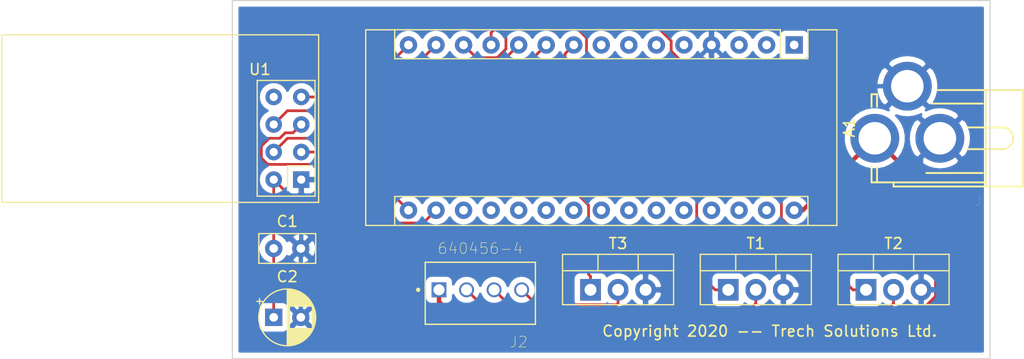
<source format=kicad_pcb>
(kicad_pcb (version 20171130) (host pcbnew 5.1.5+dfsg1-2build2)

  (general
    (thickness 1.6)
    (drawings 5)
    (tracks 95)
    (zones 0)
    (modules 9)
    (nets 35)
  )

  (page USLetter)
  (title_block
    (title "RGB LED Wireless Controller")
    (date 2019-12-20)
    (rev 1.0)
    (company "Trech Solutions Ltd.")
  )

  (layers
    (0 F.Cu signal)
    (31 B.Cu signal)
    (32 B.Adhes user hide)
    (33 F.Adhes user hide)
    (34 B.Paste user hide)
    (35 F.Paste user hide)
    (36 B.SilkS user)
    (37 F.SilkS user)
    (38 B.Mask user)
    (39 F.Mask user)
    (40 Dwgs.User user hide)
    (41 Cmts.User user hide)
    (42 Eco1.User user hide)
    (43 Eco2.User user hide)
    (44 Edge.Cuts user)
    (45 Margin user hide)
    (46 B.CrtYd user)
    (47 F.CrtYd user)
    (48 B.Fab user)
    (49 F.Fab user)
  )

  (setup
    (last_trace_width 0.25)
    (trace_clearance 0.25)
    (zone_clearance 0.508)
    (zone_45_only no)
    (trace_min 0.25)
    (via_size 0.8)
    (via_drill 0.4)
    (via_min_size 0.4)
    (via_min_drill 0.3)
    (uvia_size 0.3)
    (uvia_drill 0.1)
    (uvias_allowed no)
    (uvia_min_size 0.2)
    (uvia_min_drill 0.1)
    (edge_width 0.05)
    (segment_width 0.2)
    (pcb_text_width 0.3)
    (pcb_text_size 1.5 1.5)
    (mod_edge_width 0.12)
    (mod_text_size 1 1)
    (mod_text_width 0.15)
    (pad_size 1.524 1.524)
    (pad_drill 0.762)
    (pad_to_mask_clearance 0.051)
    (solder_mask_min_width 0.25)
    (aux_axis_origin 0 0)
    (visible_elements FFFFFF7F)
    (pcbplotparams
      (layerselection 0x010f0_ffffffff)
      (usegerberextensions false)
      (usegerberattributes false)
      (usegerberadvancedattributes false)
      (creategerberjobfile false)
      (excludeedgelayer true)
      (linewidth 0.100000)
      (plotframeref false)
      (viasonmask false)
      (mode 1)
      (useauxorigin false)
      (hpglpennumber 1)
      (hpglpenspeed 20)
      (hpglpendiameter 15.000000)
      (psnegative false)
      (psa4output false)
      (plotreference true)
      (plotvalue true)
      (plotinvisibletext false)
      (padsonsilk false)
      (subtractmaskfromsilk false)
      (outputformat 1)
      (mirror false)
      (drillshape 0)
      (scaleselection 1)
      (outputdirectory "./"))
  )

  (net 0 "")
  (net 1 "Net-(A1-Pad1)")
  (net 2 /ARD_RF24_VCC)
  (net 3 "Net-(A1-Pad2)")
  (net 4 "Net-(A1-Pad18)")
  (net 5 "Net-(A1-Pad3)")
  (net 6 "Net-(A1-Pad19)")
  (net 7 GND)
  (net 8 "Net-(A1-Pad20)")
  (net 9 "Net-(A1-Pad5)")
  (net 10 "Net-(A1-Pad21)")
  (net 11 "Net-(A1-Pad6)")
  (net 12 "Net-(A1-Pad22)")
  (net 13 "Net-(A1-Pad7)")
  (net 14 "Net-(A1-Pad23)")
  (net 15 "Net-(A1-Pad8)")
  (net 16 "Net-(A1-Pad24)")
  (net 17 /ARD_B)
  (net 18 "Net-(A1-Pad25)")
  (net 19 /ARD_CE)
  (net 20 "Net-(A1-Pad26)")
  (net 21 /ARD_CSN)
  (net 22 "Net-(A1-Pad27)")
  (net 23 /ARD_G)
  (net 24 "Net-(A1-Pad28)")
  (net 25 /ARD_R)
  (net 26 "Net-(A1-Pad29)")
  (net 27 /ARD_MOSI)
  (net 28 VCC)
  (net 29 /ARD_MISO)
  (net 30 /ARD_SCK)
  (net 31 /CONN_G)
  (net 32 /CONN_R)
  (net 33 /CONN_B)
  (net 34 "Net-(U1-Pad8)")

  (net_class Default "This is the default net class."
    (clearance 0.25)
    (trace_width 0.25)
    (via_dia 0.8)
    (via_drill 0.4)
    (uvia_dia 0.3)
    (uvia_drill 0.1)
    (diff_pair_width 0.25)
    (diff_pair_gap 0.25)
    (add_net /ARD_B)
    (add_net /ARD_CE)
    (add_net /ARD_CSN)
    (add_net /ARD_G)
    (add_net /ARD_MISO)
    (add_net /ARD_MOSI)
    (add_net /ARD_R)
    (add_net /ARD_RF24_VCC)
    (add_net /ARD_SCK)
    (add_net /CONN_B)
    (add_net /CONN_G)
    (add_net /CONN_R)
    (add_net "Net-(A1-Pad1)")
    (add_net "Net-(A1-Pad18)")
    (add_net "Net-(A1-Pad19)")
    (add_net "Net-(A1-Pad2)")
    (add_net "Net-(A1-Pad20)")
    (add_net "Net-(A1-Pad21)")
    (add_net "Net-(A1-Pad22)")
    (add_net "Net-(A1-Pad23)")
    (add_net "Net-(A1-Pad24)")
    (add_net "Net-(A1-Pad25)")
    (add_net "Net-(A1-Pad26)")
    (add_net "Net-(A1-Pad27)")
    (add_net "Net-(A1-Pad28)")
    (add_net "Net-(A1-Pad29)")
    (add_net "Net-(A1-Pad3)")
    (add_net "Net-(A1-Pad5)")
    (add_net "Net-(A1-Pad6)")
    (add_net "Net-(A1-Pad7)")
    (add_net "Net-(A1-Pad8)")
    (add_net "Net-(U1-Pad8)")
  )

  (net_class Power ""
    (clearance 0.25)
    (trace_width 0.4)
    (via_dia 0.8)
    (via_drill 0.4)
    (uvia_dia 0.3)
    (uvia_drill 0.1)
    (diff_pair_width 0.25)
    (diff_pair_gap 0.25)
    (add_net GND)
    (add_net VCC)
  )

  (module Module:Arduino_Nano (layer F.Cu) (tedit 58ACAF70) (tstamp 5DFCD74F)
    (at 163.554999 86.645001 270)
    (descr "Arduino Nano, http://www.mouser.com/pdfdocs/Gravitech_Arduino_Nano3_0.pdf")
    (tags "Arduino Nano")
    (path /5DFCC9A2)
    (fp_text reference A1 (at 7.62 -5.08 90) (layer F.SilkS)
      (effects (font (size 1 1) (thickness 0.15)))
    )
    (fp_text value Arduino_Nano_v2.x (at 8.89 19.05) (layer F.Fab)
      (effects (font (size 1 1) (thickness 0.15)))
    )
    (fp_text user %R (at 6.35 19.05) (layer F.Fab)
      (effects (font (size 1 1) (thickness 0.15)))
    )
    (fp_line (start 1.27 1.27) (end 1.27 -1.27) (layer F.SilkS) (width 0.12))
    (fp_line (start 1.27 -1.27) (end -1.4 -1.27) (layer F.SilkS) (width 0.12))
    (fp_line (start -1.4 1.27) (end -1.4 39.5) (layer F.SilkS) (width 0.12))
    (fp_line (start -1.4 -3.94) (end -1.4 -1.27) (layer F.SilkS) (width 0.12))
    (fp_line (start 13.97 -1.27) (end 16.64 -1.27) (layer F.SilkS) (width 0.12))
    (fp_line (start 13.97 -1.27) (end 13.97 36.83) (layer F.SilkS) (width 0.12))
    (fp_line (start 13.97 36.83) (end 16.64 36.83) (layer F.SilkS) (width 0.12))
    (fp_line (start 1.27 1.27) (end -1.4 1.27) (layer F.SilkS) (width 0.12))
    (fp_line (start 1.27 1.27) (end 1.27 36.83) (layer F.SilkS) (width 0.12))
    (fp_line (start 1.27 36.83) (end -1.4 36.83) (layer F.SilkS) (width 0.12))
    (fp_line (start 3.81 31.75) (end 11.43 31.75) (layer F.Fab) (width 0.1))
    (fp_line (start 11.43 31.75) (end 11.43 41.91) (layer F.Fab) (width 0.1))
    (fp_line (start 11.43 41.91) (end 3.81 41.91) (layer F.Fab) (width 0.1))
    (fp_line (start 3.81 41.91) (end 3.81 31.75) (layer F.Fab) (width 0.1))
    (fp_line (start -1.4 39.5) (end 16.64 39.5) (layer F.SilkS) (width 0.12))
    (fp_line (start 16.64 39.5) (end 16.64 -3.94) (layer F.SilkS) (width 0.12))
    (fp_line (start 16.64 -3.94) (end -1.4 -3.94) (layer F.SilkS) (width 0.12))
    (fp_line (start 16.51 39.37) (end -1.27 39.37) (layer F.Fab) (width 0.1))
    (fp_line (start -1.27 39.37) (end -1.27 -2.54) (layer F.Fab) (width 0.1))
    (fp_line (start -1.27 -2.54) (end 0 -3.81) (layer F.Fab) (width 0.1))
    (fp_line (start 0 -3.81) (end 16.51 -3.81) (layer F.Fab) (width 0.1))
    (fp_line (start 16.51 -3.81) (end 16.51 39.37) (layer F.Fab) (width 0.1))
    (fp_line (start -1.53 -4.06) (end 16.75 -4.06) (layer F.CrtYd) (width 0.05))
    (fp_line (start -1.53 -4.06) (end -1.53 42.16) (layer F.CrtYd) (width 0.05))
    (fp_line (start 16.75 42.16) (end 16.75 -4.06) (layer F.CrtYd) (width 0.05))
    (fp_line (start 16.75 42.16) (end -1.53 42.16) (layer F.CrtYd) (width 0.05))
    (pad 1 thru_hole rect (at 0 0 270) (size 1.6 1.6) (drill 0.8) (layers *.Cu *.Mask)
      (net 1 "Net-(A1-Pad1)"))
    (pad 17 thru_hole oval (at 15.24 33.02 270) (size 1.6 1.6) (drill 0.8) (layers *.Cu *.Mask)
      (net 2 /ARD_RF24_VCC))
    (pad 2 thru_hole oval (at 0 2.54 270) (size 1.6 1.6) (drill 0.8) (layers *.Cu *.Mask)
      (net 3 "Net-(A1-Pad2)"))
    (pad 18 thru_hole oval (at 15.24 30.48 270) (size 1.6 1.6) (drill 0.8) (layers *.Cu *.Mask)
      (net 4 "Net-(A1-Pad18)"))
    (pad 3 thru_hole oval (at 0 5.08 270) (size 1.6 1.6) (drill 0.8) (layers *.Cu *.Mask)
      (net 5 "Net-(A1-Pad3)"))
    (pad 19 thru_hole oval (at 15.24 27.94 270) (size 1.6 1.6) (drill 0.8) (layers *.Cu *.Mask)
      (net 6 "Net-(A1-Pad19)"))
    (pad 4 thru_hole oval (at 0 7.62 270) (size 1.6 1.6) (drill 0.8) (layers *.Cu *.Mask)
      (net 7 GND))
    (pad 20 thru_hole oval (at 15.24 25.4 270) (size 1.6 1.6) (drill 0.8) (layers *.Cu *.Mask)
      (net 8 "Net-(A1-Pad20)"))
    (pad 5 thru_hole oval (at 0 10.16 270) (size 1.6 1.6) (drill 0.8) (layers *.Cu *.Mask)
      (net 9 "Net-(A1-Pad5)"))
    (pad 21 thru_hole oval (at 15.24 22.86 270) (size 1.6 1.6) (drill 0.8) (layers *.Cu *.Mask)
      (net 10 "Net-(A1-Pad21)"))
    (pad 6 thru_hole oval (at 0 12.7 270) (size 1.6 1.6) (drill 0.8) (layers *.Cu *.Mask)
      (net 11 "Net-(A1-Pad6)"))
    (pad 22 thru_hole oval (at 15.24 20.32 270) (size 1.6 1.6) (drill 0.8) (layers *.Cu *.Mask)
      (net 12 "Net-(A1-Pad22)"))
    (pad 7 thru_hole oval (at 0 15.24 270) (size 1.6 1.6) (drill 0.8) (layers *.Cu *.Mask)
      (net 13 "Net-(A1-Pad7)"))
    (pad 23 thru_hole oval (at 15.24 17.78 270) (size 1.6 1.6) (drill 0.8) (layers *.Cu *.Mask)
      (net 14 "Net-(A1-Pad23)"))
    (pad 8 thru_hole oval (at 0 17.78 270) (size 1.6 1.6) (drill 0.8) (layers *.Cu *.Mask)
      (net 15 "Net-(A1-Pad8)"))
    (pad 24 thru_hole oval (at 15.24 15.24 270) (size 1.6 1.6) (drill 0.8) (layers *.Cu *.Mask)
      (net 16 "Net-(A1-Pad24)"))
    (pad 9 thru_hole oval (at 0 20.32 270) (size 1.6 1.6) (drill 0.8) (layers *.Cu *.Mask)
      (net 17 /ARD_B))
    (pad 25 thru_hole oval (at 15.24 12.7 270) (size 1.6 1.6) (drill 0.8) (layers *.Cu *.Mask)
      (net 18 "Net-(A1-Pad25)"))
    (pad 10 thru_hole oval (at 0 22.86 270) (size 1.6 1.6) (drill 0.8) (layers *.Cu *.Mask)
      (net 19 /ARD_CE))
    (pad 26 thru_hole oval (at 15.24 10.16 270) (size 1.6 1.6) (drill 0.8) (layers *.Cu *.Mask)
      (net 20 "Net-(A1-Pad26)"))
    (pad 11 thru_hole oval (at 0 25.4 270) (size 1.6 1.6) (drill 0.8) (layers *.Cu *.Mask)
      (net 21 /ARD_CSN))
    (pad 27 thru_hole oval (at 15.24 7.62 270) (size 1.6 1.6) (drill 0.8) (layers *.Cu *.Mask)
      (net 22 "Net-(A1-Pad27)"))
    (pad 12 thru_hole oval (at 0 27.94 270) (size 1.6 1.6) (drill 0.8) (layers *.Cu *.Mask)
      (net 23 /ARD_G))
    (pad 28 thru_hole oval (at 15.24 5.08 270) (size 1.6 1.6) (drill 0.8) (layers *.Cu *.Mask)
      (net 24 "Net-(A1-Pad28)"))
    (pad 13 thru_hole oval (at 0 30.48 270) (size 1.6 1.6) (drill 0.8) (layers *.Cu *.Mask)
      (net 25 /ARD_R))
    (pad 29 thru_hole oval (at 15.24 2.54 270) (size 1.6 1.6) (drill 0.8) (layers *.Cu *.Mask)
      (net 26 "Net-(A1-Pad29)"))
    (pad 14 thru_hole oval (at 0 33.02 270) (size 1.6 1.6) (drill 0.8) (layers *.Cu *.Mask)
      (net 27 /ARD_MOSI))
    (pad 30 thru_hole oval (at 15.24 0 270) (size 1.6 1.6) (drill 0.8) (layers *.Cu *.Mask)
      (net 28 VCC))
    (pad 15 thru_hole oval (at 0 35.56 270) (size 1.6 1.6) (drill 0.8) (layers *.Cu *.Mask)
      (net 29 /ARD_MISO))
    (pad 16 thru_hole oval (at 15.24 35.56 270) (size 1.6 1.6) (drill 0.8) (layers *.Cu *.Mask)
      (net 30 /ARD_SCK))
    (model ${KISYS3DMOD}/Module.3dshapes/Arduino_Nano_WithMountingHoles.wrl
      (at (xyz 0 0 0))
      (scale (xyz 1 1 1))
      (rotate (xyz 0 0 0))
    )
  )

  (module Capacitor_THT:C_Disc_D5.0mm_W2.5mm_P2.50mm (layer F.Cu) (tedit 5AE50EF0) (tstamp 5DFCE7CA)
    (at 115.57 105.41)
    (descr "C, Disc series, Radial, pin pitch=2.50mm, , diameter*width=5*2.5mm^2, Capacitor, http://cdn-reichelt.de/documents/datenblatt/B300/DS_KERKO_TC.pdf")
    (tags "C Disc series Radial pin pitch 2.50mm  diameter 5mm width 2.5mm Capacitor")
    (path /5DFCFEDB)
    (fp_text reference C1 (at 1.25 -2.5) (layer F.SilkS)
      (effects (font (size 1 1) (thickness 0.15)))
    )
    (fp_text value 0.1u (at 5.08 0) (layer F.Fab)
      (effects (font (size 1 1) (thickness 0.15)) (justify left))
    )
    (fp_line (start -1.25 -1.25) (end -1.25 1.25) (layer F.Fab) (width 0.1))
    (fp_line (start -1.25 1.25) (end 3.75 1.25) (layer F.Fab) (width 0.1))
    (fp_line (start 3.75 1.25) (end 3.75 -1.25) (layer F.Fab) (width 0.1))
    (fp_line (start 3.75 -1.25) (end -1.25 -1.25) (layer F.Fab) (width 0.1))
    (fp_line (start -1.37 -1.37) (end 3.87 -1.37) (layer F.SilkS) (width 0.12))
    (fp_line (start -1.37 1.37) (end 3.87 1.37) (layer F.SilkS) (width 0.12))
    (fp_line (start -1.37 -1.37) (end -1.37 1.37) (layer F.SilkS) (width 0.12))
    (fp_line (start 3.87 -1.37) (end 3.87 1.37) (layer F.SilkS) (width 0.12))
    (fp_line (start -1.5 -1.5) (end -1.5 1.5) (layer F.CrtYd) (width 0.05))
    (fp_line (start -1.5 1.5) (end 4 1.5) (layer F.CrtYd) (width 0.05))
    (fp_line (start 4 1.5) (end 4 -1.5) (layer F.CrtYd) (width 0.05))
    (fp_line (start 4 -1.5) (end -1.5 -1.5) (layer F.CrtYd) (width 0.05))
    (fp_text user %R (at 1.25 0) (layer F.Fab)
      (effects (font (size 1 1) (thickness 0.15)))
    )
    (pad 1 thru_hole circle (at 0 0) (size 1.6 1.6) (drill 0.8) (layers *.Cu *.Mask)
      (net 2 /ARD_RF24_VCC))
    (pad 2 thru_hole circle (at 2.5 0) (size 1.6 1.6) (drill 0.8) (layers *.Cu *.Mask)
      (net 7 GND))
    (model ${KISYS3DMOD}/Capacitor_THT.3dshapes/C_Disc_D5.0mm_W2.5mm_P2.50mm.wrl
      (at (xyz 0 0 0))
      (scale (xyz 1 1 1))
      (rotate (xyz 0 0 0))
    )
  )

  (module Capacitor_THT:CP_Radial_D5.0mm_P2.50mm (layer F.Cu) (tedit 5AE50EF0) (tstamp 5DFCD7E6)
    (at 115.57 111.76)
    (descr "CP, Radial series, Radial, pin pitch=2.50mm, , diameter=5mm, Electrolytic Capacitor")
    (tags "CP Radial series Radial pin pitch 2.50mm  diameter 5mm Electrolytic Capacitor")
    (path /5DFD07F0)
    (fp_text reference C2 (at 1.25 -3.75) (layer F.SilkS)
      (effects (font (size 1 1) (thickness 0.15)))
    )
    (fp_text value 10u (at 6.35 0) (layer F.Fab)
      (effects (font (size 1 1) (thickness 0.15)))
    )
    (fp_circle (center 1.25 0) (end 3.75 0) (layer F.Fab) (width 0.1))
    (fp_circle (center 1.25 0) (end 3.87 0) (layer F.SilkS) (width 0.12))
    (fp_circle (center 1.25 0) (end 4 0) (layer F.CrtYd) (width 0.05))
    (fp_line (start -0.883605 -1.0875) (end -0.383605 -1.0875) (layer F.Fab) (width 0.1))
    (fp_line (start -0.633605 -1.3375) (end -0.633605 -0.8375) (layer F.Fab) (width 0.1))
    (fp_line (start 1.25 -2.58) (end 1.25 2.58) (layer F.SilkS) (width 0.12))
    (fp_line (start 1.29 -2.58) (end 1.29 2.58) (layer F.SilkS) (width 0.12))
    (fp_line (start 1.33 -2.579) (end 1.33 2.579) (layer F.SilkS) (width 0.12))
    (fp_line (start 1.37 -2.578) (end 1.37 2.578) (layer F.SilkS) (width 0.12))
    (fp_line (start 1.41 -2.576) (end 1.41 2.576) (layer F.SilkS) (width 0.12))
    (fp_line (start 1.45 -2.573) (end 1.45 2.573) (layer F.SilkS) (width 0.12))
    (fp_line (start 1.49 -2.569) (end 1.49 -1.04) (layer F.SilkS) (width 0.12))
    (fp_line (start 1.49 1.04) (end 1.49 2.569) (layer F.SilkS) (width 0.12))
    (fp_line (start 1.53 -2.565) (end 1.53 -1.04) (layer F.SilkS) (width 0.12))
    (fp_line (start 1.53 1.04) (end 1.53 2.565) (layer F.SilkS) (width 0.12))
    (fp_line (start 1.57 -2.561) (end 1.57 -1.04) (layer F.SilkS) (width 0.12))
    (fp_line (start 1.57 1.04) (end 1.57 2.561) (layer F.SilkS) (width 0.12))
    (fp_line (start 1.61 -2.556) (end 1.61 -1.04) (layer F.SilkS) (width 0.12))
    (fp_line (start 1.61 1.04) (end 1.61 2.556) (layer F.SilkS) (width 0.12))
    (fp_line (start 1.65 -2.55) (end 1.65 -1.04) (layer F.SilkS) (width 0.12))
    (fp_line (start 1.65 1.04) (end 1.65 2.55) (layer F.SilkS) (width 0.12))
    (fp_line (start 1.69 -2.543) (end 1.69 -1.04) (layer F.SilkS) (width 0.12))
    (fp_line (start 1.69 1.04) (end 1.69 2.543) (layer F.SilkS) (width 0.12))
    (fp_line (start 1.73 -2.536) (end 1.73 -1.04) (layer F.SilkS) (width 0.12))
    (fp_line (start 1.73 1.04) (end 1.73 2.536) (layer F.SilkS) (width 0.12))
    (fp_line (start 1.77 -2.528) (end 1.77 -1.04) (layer F.SilkS) (width 0.12))
    (fp_line (start 1.77 1.04) (end 1.77 2.528) (layer F.SilkS) (width 0.12))
    (fp_line (start 1.81 -2.52) (end 1.81 -1.04) (layer F.SilkS) (width 0.12))
    (fp_line (start 1.81 1.04) (end 1.81 2.52) (layer F.SilkS) (width 0.12))
    (fp_line (start 1.85 -2.511) (end 1.85 -1.04) (layer F.SilkS) (width 0.12))
    (fp_line (start 1.85 1.04) (end 1.85 2.511) (layer F.SilkS) (width 0.12))
    (fp_line (start 1.89 -2.501) (end 1.89 -1.04) (layer F.SilkS) (width 0.12))
    (fp_line (start 1.89 1.04) (end 1.89 2.501) (layer F.SilkS) (width 0.12))
    (fp_line (start 1.93 -2.491) (end 1.93 -1.04) (layer F.SilkS) (width 0.12))
    (fp_line (start 1.93 1.04) (end 1.93 2.491) (layer F.SilkS) (width 0.12))
    (fp_line (start 1.971 -2.48) (end 1.971 -1.04) (layer F.SilkS) (width 0.12))
    (fp_line (start 1.971 1.04) (end 1.971 2.48) (layer F.SilkS) (width 0.12))
    (fp_line (start 2.011 -2.468) (end 2.011 -1.04) (layer F.SilkS) (width 0.12))
    (fp_line (start 2.011 1.04) (end 2.011 2.468) (layer F.SilkS) (width 0.12))
    (fp_line (start 2.051 -2.455) (end 2.051 -1.04) (layer F.SilkS) (width 0.12))
    (fp_line (start 2.051 1.04) (end 2.051 2.455) (layer F.SilkS) (width 0.12))
    (fp_line (start 2.091 -2.442) (end 2.091 -1.04) (layer F.SilkS) (width 0.12))
    (fp_line (start 2.091 1.04) (end 2.091 2.442) (layer F.SilkS) (width 0.12))
    (fp_line (start 2.131 -2.428) (end 2.131 -1.04) (layer F.SilkS) (width 0.12))
    (fp_line (start 2.131 1.04) (end 2.131 2.428) (layer F.SilkS) (width 0.12))
    (fp_line (start 2.171 -2.414) (end 2.171 -1.04) (layer F.SilkS) (width 0.12))
    (fp_line (start 2.171 1.04) (end 2.171 2.414) (layer F.SilkS) (width 0.12))
    (fp_line (start 2.211 -2.398) (end 2.211 -1.04) (layer F.SilkS) (width 0.12))
    (fp_line (start 2.211 1.04) (end 2.211 2.398) (layer F.SilkS) (width 0.12))
    (fp_line (start 2.251 -2.382) (end 2.251 -1.04) (layer F.SilkS) (width 0.12))
    (fp_line (start 2.251 1.04) (end 2.251 2.382) (layer F.SilkS) (width 0.12))
    (fp_line (start 2.291 -2.365) (end 2.291 -1.04) (layer F.SilkS) (width 0.12))
    (fp_line (start 2.291 1.04) (end 2.291 2.365) (layer F.SilkS) (width 0.12))
    (fp_line (start 2.331 -2.348) (end 2.331 -1.04) (layer F.SilkS) (width 0.12))
    (fp_line (start 2.331 1.04) (end 2.331 2.348) (layer F.SilkS) (width 0.12))
    (fp_line (start 2.371 -2.329) (end 2.371 -1.04) (layer F.SilkS) (width 0.12))
    (fp_line (start 2.371 1.04) (end 2.371 2.329) (layer F.SilkS) (width 0.12))
    (fp_line (start 2.411 -2.31) (end 2.411 -1.04) (layer F.SilkS) (width 0.12))
    (fp_line (start 2.411 1.04) (end 2.411 2.31) (layer F.SilkS) (width 0.12))
    (fp_line (start 2.451 -2.29) (end 2.451 -1.04) (layer F.SilkS) (width 0.12))
    (fp_line (start 2.451 1.04) (end 2.451 2.29) (layer F.SilkS) (width 0.12))
    (fp_line (start 2.491 -2.268) (end 2.491 -1.04) (layer F.SilkS) (width 0.12))
    (fp_line (start 2.491 1.04) (end 2.491 2.268) (layer F.SilkS) (width 0.12))
    (fp_line (start 2.531 -2.247) (end 2.531 -1.04) (layer F.SilkS) (width 0.12))
    (fp_line (start 2.531 1.04) (end 2.531 2.247) (layer F.SilkS) (width 0.12))
    (fp_line (start 2.571 -2.224) (end 2.571 -1.04) (layer F.SilkS) (width 0.12))
    (fp_line (start 2.571 1.04) (end 2.571 2.224) (layer F.SilkS) (width 0.12))
    (fp_line (start 2.611 -2.2) (end 2.611 -1.04) (layer F.SilkS) (width 0.12))
    (fp_line (start 2.611 1.04) (end 2.611 2.2) (layer F.SilkS) (width 0.12))
    (fp_line (start 2.651 -2.175) (end 2.651 -1.04) (layer F.SilkS) (width 0.12))
    (fp_line (start 2.651 1.04) (end 2.651 2.175) (layer F.SilkS) (width 0.12))
    (fp_line (start 2.691 -2.149) (end 2.691 -1.04) (layer F.SilkS) (width 0.12))
    (fp_line (start 2.691 1.04) (end 2.691 2.149) (layer F.SilkS) (width 0.12))
    (fp_line (start 2.731 -2.122) (end 2.731 -1.04) (layer F.SilkS) (width 0.12))
    (fp_line (start 2.731 1.04) (end 2.731 2.122) (layer F.SilkS) (width 0.12))
    (fp_line (start 2.771 -2.095) (end 2.771 -1.04) (layer F.SilkS) (width 0.12))
    (fp_line (start 2.771 1.04) (end 2.771 2.095) (layer F.SilkS) (width 0.12))
    (fp_line (start 2.811 -2.065) (end 2.811 -1.04) (layer F.SilkS) (width 0.12))
    (fp_line (start 2.811 1.04) (end 2.811 2.065) (layer F.SilkS) (width 0.12))
    (fp_line (start 2.851 -2.035) (end 2.851 -1.04) (layer F.SilkS) (width 0.12))
    (fp_line (start 2.851 1.04) (end 2.851 2.035) (layer F.SilkS) (width 0.12))
    (fp_line (start 2.891 -2.004) (end 2.891 -1.04) (layer F.SilkS) (width 0.12))
    (fp_line (start 2.891 1.04) (end 2.891 2.004) (layer F.SilkS) (width 0.12))
    (fp_line (start 2.931 -1.971) (end 2.931 -1.04) (layer F.SilkS) (width 0.12))
    (fp_line (start 2.931 1.04) (end 2.931 1.971) (layer F.SilkS) (width 0.12))
    (fp_line (start 2.971 -1.937) (end 2.971 -1.04) (layer F.SilkS) (width 0.12))
    (fp_line (start 2.971 1.04) (end 2.971 1.937) (layer F.SilkS) (width 0.12))
    (fp_line (start 3.011 -1.901) (end 3.011 -1.04) (layer F.SilkS) (width 0.12))
    (fp_line (start 3.011 1.04) (end 3.011 1.901) (layer F.SilkS) (width 0.12))
    (fp_line (start 3.051 -1.864) (end 3.051 -1.04) (layer F.SilkS) (width 0.12))
    (fp_line (start 3.051 1.04) (end 3.051 1.864) (layer F.SilkS) (width 0.12))
    (fp_line (start 3.091 -1.826) (end 3.091 -1.04) (layer F.SilkS) (width 0.12))
    (fp_line (start 3.091 1.04) (end 3.091 1.826) (layer F.SilkS) (width 0.12))
    (fp_line (start 3.131 -1.785) (end 3.131 -1.04) (layer F.SilkS) (width 0.12))
    (fp_line (start 3.131 1.04) (end 3.131 1.785) (layer F.SilkS) (width 0.12))
    (fp_line (start 3.171 -1.743) (end 3.171 -1.04) (layer F.SilkS) (width 0.12))
    (fp_line (start 3.171 1.04) (end 3.171 1.743) (layer F.SilkS) (width 0.12))
    (fp_line (start 3.211 -1.699) (end 3.211 -1.04) (layer F.SilkS) (width 0.12))
    (fp_line (start 3.211 1.04) (end 3.211 1.699) (layer F.SilkS) (width 0.12))
    (fp_line (start 3.251 -1.653) (end 3.251 -1.04) (layer F.SilkS) (width 0.12))
    (fp_line (start 3.251 1.04) (end 3.251 1.653) (layer F.SilkS) (width 0.12))
    (fp_line (start 3.291 -1.605) (end 3.291 -1.04) (layer F.SilkS) (width 0.12))
    (fp_line (start 3.291 1.04) (end 3.291 1.605) (layer F.SilkS) (width 0.12))
    (fp_line (start 3.331 -1.554) (end 3.331 -1.04) (layer F.SilkS) (width 0.12))
    (fp_line (start 3.331 1.04) (end 3.331 1.554) (layer F.SilkS) (width 0.12))
    (fp_line (start 3.371 -1.5) (end 3.371 -1.04) (layer F.SilkS) (width 0.12))
    (fp_line (start 3.371 1.04) (end 3.371 1.5) (layer F.SilkS) (width 0.12))
    (fp_line (start 3.411 -1.443) (end 3.411 -1.04) (layer F.SilkS) (width 0.12))
    (fp_line (start 3.411 1.04) (end 3.411 1.443) (layer F.SilkS) (width 0.12))
    (fp_line (start 3.451 -1.383) (end 3.451 -1.04) (layer F.SilkS) (width 0.12))
    (fp_line (start 3.451 1.04) (end 3.451 1.383) (layer F.SilkS) (width 0.12))
    (fp_line (start 3.491 -1.319) (end 3.491 -1.04) (layer F.SilkS) (width 0.12))
    (fp_line (start 3.491 1.04) (end 3.491 1.319) (layer F.SilkS) (width 0.12))
    (fp_line (start 3.531 -1.251) (end 3.531 -1.04) (layer F.SilkS) (width 0.12))
    (fp_line (start 3.531 1.04) (end 3.531 1.251) (layer F.SilkS) (width 0.12))
    (fp_line (start 3.571 -1.178) (end 3.571 1.178) (layer F.SilkS) (width 0.12))
    (fp_line (start 3.611 -1.098) (end 3.611 1.098) (layer F.SilkS) (width 0.12))
    (fp_line (start 3.651 -1.011) (end 3.651 1.011) (layer F.SilkS) (width 0.12))
    (fp_line (start 3.691 -0.915) (end 3.691 0.915) (layer F.SilkS) (width 0.12))
    (fp_line (start 3.731 -0.805) (end 3.731 0.805) (layer F.SilkS) (width 0.12))
    (fp_line (start 3.771 -0.677) (end 3.771 0.677) (layer F.SilkS) (width 0.12))
    (fp_line (start 3.811 -0.518) (end 3.811 0.518) (layer F.SilkS) (width 0.12))
    (fp_line (start 3.851 -0.284) (end 3.851 0.284) (layer F.SilkS) (width 0.12))
    (fp_line (start -1.554775 -1.475) (end -1.054775 -1.475) (layer F.SilkS) (width 0.12))
    (fp_line (start -1.304775 -1.725) (end -1.304775 -1.225) (layer F.SilkS) (width 0.12))
    (fp_text user %R (at 1.25 0) (layer F.Fab)
      (effects (font (size 1 1) (thickness 0.15)))
    )
    (pad 1 thru_hole rect (at 0 0) (size 1.6 1.6) (drill 0.8) (layers *.Cu *.Mask)
      (net 2 /ARD_RF24_VCC))
    (pad 2 thru_hole circle (at 2.5 0) (size 1.6 1.6) (drill 0.8) (layers *.Cu *.Mask)
      (net 7 GND))
    (model ${KISYS3DMOD}/Capacitor_THT.3dshapes/CP_Radial_D5.0mm_P2.50mm.wrl
      (at (xyz 0 0 0))
      (scale (xyz 1 1 1))
      (rotate (xyz 0 0 0))
    )
  )

  (module phase4a:PJ-002A (layer F.Cu) (tedit 5DFCCC62) (tstamp 5DFCD802)
    (at 173.99 95.25 180)
    (descr "Power Jack from CUI Inc PJ-002A")
    (path /5DFD2FA0)
    (fp_text reference J1 (at -6.995525 -5.723585) (layer F.SilkS)
      (effects (font (size 1.001504 1.001504) (thickness 0.015)))
    )
    (fp_text value PJ-002A (at -5.08 6.35 180) (layer F.Fab)
      (effects (font (size 1.000661 1.000661) (thickness 0.015)))
    )
    (fp_line (start -7.239 4.445) (end -7.239 -4.064) (layer F.SilkS) (width 0.1778))
    (fp_line (start -7.239 -4.064) (end -7.239 -4.445) (layer F.SilkS) (width 0.1778))
    (fp_line (start -7.239 -4.064) (end 1.27 -4.064) (layer F.SilkS) (width 0.1778))
    (fp_line (start 1.27 -4.064) (end 1.27 -4.445) (layer F.SilkS) (width 0.1778))
    (fp_line (start -7.239 -4.445) (end 1.27 -4.445) (layer F.SilkS) (width 0.1778))
    (fp_line (start 1.27 -4.064) (end 2.794 -4.064) (layer F.SilkS) (width 0.1778))
    (fp_line (start 2.794 -4.064) (end 3.302 -4.064) (layer F.SilkS) (width 0.1778))
    (fp_line (start -6.94 -3.2) (end -1.75 -3.2) (layer F.SilkS) (width 0.1778))
    (fp_line (start -6.94 3.2) (end -2.258 3.2) (layer F.SilkS) (width 0.1778))
    (fp_line (start -8.75 1) (end -5.56 1) (layer F.SilkS) (width 0.1778))
    (fp_line (start -8.75 -1) (end -5.56 -1) (layer F.SilkS) (width 0.1778))
    (fp_arc (start -8.75 0) (end -8.75 -1) (angle -180) (layer F.SilkS) (width 0.1778))
    (fp_line (start -7.239 4.445) (end -2.794 4.445) (layer F.SilkS) (width 0.1778))
    (fp_line (start 2.794 4.064) (end 3.302 4.064) (layer F.SilkS) (width 0.1778))
    (fp_line (start 3.302 4.064) (end 3.302 2.921) (layer F.SilkS) (width 0.1778))
    (fp_line (start 3.302 -2.667) (end 3.302 -4.064) (layer F.SilkS) (width 0.1778))
    (fp_line (start 2.794 -2.667) (end 2.794 -4.064) (layer F.SilkS) (width 0.1778))
    (fp_line (start 2.794 4.064) (end 2.794 2.921) (layer F.SilkS) (width 0.1778))
    (fp_line (start -10.668 4.445) (end -10.668 -4.445) (layer F.SilkS) (width 0.1778))
    (fp_line (start -10.668 -4.445) (end -7.239 -4.445) (layer F.SilkS) (width 0.1778))
    (fp_line (start -10.668 4.445) (end -7.239 4.445) (layer F.SilkS) (width 0.1778))
    (pad 1 thru_hole circle (at -3 0 180) (size 4.5 4.5) (drill 3) (layers *.Cu *.Mask)
      (net 7 GND))
    (pad 2 thru_hole circle (at 0 4.8 180) (size 4.5 4.5) (drill 3) (layers *.Cu *.Mask)
      (net 7 GND))
    (pad 3 thru_hole circle (at 3 0 180) (size 4.5 4.5) (drill 3) (layers *.Cu *.Mask)
      (net 28 VCC))
  )

  (module 640456-4:TE_640456-4 (layer F.Cu) (tedit 0) (tstamp 5DFCD81B)
    (at 130.81 109.22 180)
    (path /5DFEFF16)
    (fp_text reference J2 (at -7.35 -4.815) (layer F.SilkS)
      (effects (font (size 1 1) (thickness 0.05)))
    )
    (fp_text value 640456-4 (at -3.81 3.81) (layer F.SilkS)
      (effects (font (size 1 1) (thickness 0.05)))
    )
    (fp_line (start -8.89 2.54) (end -8.89 -3.18) (layer Eco2.User) (width 0.127))
    (fp_line (start -8.89 -3.18) (end 1.27 -3.18) (layer Eco2.User) (width 0.127))
    (fp_line (start 1.27 -3.18) (end 1.27 2.54) (layer Eco2.User) (width 0.127))
    (fp_line (start 1.27 2.54) (end -8.89 2.54) (layer Eco2.User) (width 0.127))
    (fp_line (start -8.89 2.54) (end -8.89 -3.18) (layer Eco2.User) (width 0.127))
    (fp_line (start -8.89 -3.18) (end 1.27 -3.18) (layer Eco2.User) (width 0.127))
    (fp_line (start 1.27 -3.18) (end 1.27 2.54) (layer Eco2.User) (width 0.127))
    (fp_line (start -8.89 2.54) (end -8.89 -3.18) (layer F.SilkS) (width 0.127))
    (fp_line (start 1.27 -3.18) (end 1.27 2.54) (layer F.SilkS) (width 0.127))
    (fp_line (start 1.27 -3.18) (end -8.89 -3.18) (layer F.SilkS) (width 0.127))
    (fp_line (start 1.27 2.54) (end -8.89 2.54) (layer F.SilkS) (width 0.127))
    (fp_line (start -9.14 2.79) (end -9.14 -3.43) (layer Eco1.User) (width 0.05))
    (fp_line (start -9.14 -3.43) (end 1.52 -3.43) (layer Eco1.User) (width 0.05))
    (fp_line (start 1.52 -3.43) (end 1.52 2.79) (layer Eco1.User) (width 0.05))
    (fp_line (start 1.52 2.79) (end -9.14 2.79) (layer Eco1.User) (width 0.05))
    (fp_circle (center 1.92 0) (end 2.02 0) (layer F.SilkS) (width 0.2))
    (fp_circle (center 1.92 0) (end 2.02 0) (layer Eco2.User) (width 0.2))
    (pad 1 thru_hole rect (at 0 0 180) (size 1.37 1.37) (drill 1.02) (layers *.Cu *.Mask)
      (net 28 VCC))
    (pad 2 thru_hole circle (at -2.54 0 180) (size 1.37 1.37) (drill 1.02) (layers *.Cu *.Mask)
      (net 31 /CONN_G))
    (pad 3 thru_hole circle (at -5.08 0 180) (size 1.37 1.37) (drill 1.02) (layers *.Cu *.Mask)
      (net 32 /CONN_R))
    (pad 4 thru_hole circle (at -7.62 0 180) (size 1.37 1.37) (drill 1.02) (layers *.Cu *.Mask)
      (net 33 /CONN_B))
  )

  (module Package_TO_SOT_THT:TO-220-3_Vertical (layer F.Cu) (tedit 5AC8BA0D) (tstamp 5DFCD835)
    (at 157.48 109.22)
    (descr "TO-220-3, Vertical, RM 2.54mm, see https://www.vishay.com/docs/66542/to-220-1.pdf")
    (tags "TO-220-3 Vertical RM 2.54mm")
    (path /5DFCF266)
    (fp_text reference T1 (at 2.54 -4.27) (layer F.SilkS)
      (effects (font (size 1 1) (thickness 0.15)))
    )
    (fp_text value IRL2703PBF (at 2.54 2.5) (layer F.Fab)
      (effects (font (size 1 1) (thickness 0.15)))
    )
    (fp_line (start -2.46 -3.15) (end -2.46 1.25) (layer F.Fab) (width 0.1))
    (fp_line (start -2.46 1.25) (end 7.54 1.25) (layer F.Fab) (width 0.1))
    (fp_line (start 7.54 1.25) (end 7.54 -3.15) (layer F.Fab) (width 0.1))
    (fp_line (start 7.54 -3.15) (end -2.46 -3.15) (layer F.Fab) (width 0.1))
    (fp_line (start -2.46 -1.88) (end 7.54 -1.88) (layer F.Fab) (width 0.1))
    (fp_line (start 0.69 -3.15) (end 0.69 -1.88) (layer F.Fab) (width 0.1))
    (fp_line (start 4.39 -3.15) (end 4.39 -1.88) (layer F.Fab) (width 0.1))
    (fp_line (start -2.58 -3.27) (end 7.66 -3.27) (layer F.SilkS) (width 0.12))
    (fp_line (start -2.58 1.371) (end 7.66 1.371) (layer F.SilkS) (width 0.12))
    (fp_line (start -2.58 -3.27) (end -2.58 1.371) (layer F.SilkS) (width 0.12))
    (fp_line (start 7.66 -3.27) (end 7.66 1.371) (layer F.SilkS) (width 0.12))
    (fp_line (start -2.58 -1.76) (end 7.66 -1.76) (layer F.SilkS) (width 0.12))
    (fp_line (start 0.69 -3.27) (end 0.69 -1.76) (layer F.SilkS) (width 0.12))
    (fp_line (start 4.391 -3.27) (end 4.391 -1.76) (layer F.SilkS) (width 0.12))
    (fp_line (start -2.71 -3.4) (end -2.71 1.51) (layer F.CrtYd) (width 0.05))
    (fp_line (start -2.71 1.51) (end 7.79 1.51) (layer F.CrtYd) (width 0.05))
    (fp_line (start 7.79 1.51) (end 7.79 -3.4) (layer F.CrtYd) (width 0.05))
    (fp_line (start 7.79 -3.4) (end -2.71 -3.4) (layer F.CrtYd) (width 0.05))
    (fp_text user %R (at 2.54 -4.27) (layer F.Fab)
      (effects (font (size 1 1) (thickness 0.15)))
    )
    (pad 1 thru_hole rect (at 0 0) (size 1.905 2) (drill 1.1) (layers *.Cu *.Mask)
      (net 25 /ARD_R))
    (pad 2 thru_hole oval (at 2.54 0) (size 1.905 2) (drill 1.1) (layers *.Cu *.Mask)
      (net 32 /CONN_R))
    (pad 3 thru_hole oval (at 5.08 0) (size 1.905 2) (drill 1.1) (layers *.Cu *.Mask)
      (net 7 GND))
    (model ${KISYS3DMOD}/Package_TO_SOT_THT.3dshapes/TO-220-3_Vertical.wrl
      (at (xyz 0 0 0))
      (scale (xyz 1 1 1))
      (rotate (xyz 0 0 0))
    )
  )

  (module Package_TO_SOT_THT:TO-220-3_Vertical (layer F.Cu) (tedit 5AC8BA0D) (tstamp 5DFCD84F)
    (at 170.18 109.22)
    (descr "TO-220-3, Vertical, RM 2.54mm, see https://www.vishay.com/docs/66542/to-220-1.pdf")
    (tags "TO-220-3 Vertical RM 2.54mm")
    (path /5DFCF635)
    (fp_text reference T2 (at 2.54 -4.27) (layer F.SilkS)
      (effects (font (size 1 1) (thickness 0.15)))
    )
    (fp_text value IRL2703PBF (at 2.54 2.5) (layer F.Fab)
      (effects (font (size 1 1) (thickness 0.15)))
    )
    (fp_text user %R (at 2.54 -4.27) (layer F.Fab)
      (effects (font (size 1 1) (thickness 0.15)))
    )
    (fp_line (start 7.79 -3.4) (end -2.71 -3.4) (layer F.CrtYd) (width 0.05))
    (fp_line (start 7.79 1.51) (end 7.79 -3.4) (layer F.CrtYd) (width 0.05))
    (fp_line (start -2.71 1.51) (end 7.79 1.51) (layer F.CrtYd) (width 0.05))
    (fp_line (start -2.71 -3.4) (end -2.71 1.51) (layer F.CrtYd) (width 0.05))
    (fp_line (start 4.391 -3.27) (end 4.391 -1.76) (layer F.SilkS) (width 0.12))
    (fp_line (start 0.69 -3.27) (end 0.69 -1.76) (layer F.SilkS) (width 0.12))
    (fp_line (start -2.58 -1.76) (end 7.66 -1.76) (layer F.SilkS) (width 0.12))
    (fp_line (start 7.66 -3.27) (end 7.66 1.371) (layer F.SilkS) (width 0.12))
    (fp_line (start -2.58 -3.27) (end -2.58 1.371) (layer F.SilkS) (width 0.12))
    (fp_line (start -2.58 1.371) (end 7.66 1.371) (layer F.SilkS) (width 0.12))
    (fp_line (start -2.58 -3.27) (end 7.66 -3.27) (layer F.SilkS) (width 0.12))
    (fp_line (start 4.39 -3.15) (end 4.39 -1.88) (layer F.Fab) (width 0.1))
    (fp_line (start 0.69 -3.15) (end 0.69 -1.88) (layer F.Fab) (width 0.1))
    (fp_line (start -2.46 -1.88) (end 7.54 -1.88) (layer F.Fab) (width 0.1))
    (fp_line (start 7.54 -3.15) (end -2.46 -3.15) (layer F.Fab) (width 0.1))
    (fp_line (start 7.54 1.25) (end 7.54 -3.15) (layer F.Fab) (width 0.1))
    (fp_line (start -2.46 1.25) (end 7.54 1.25) (layer F.Fab) (width 0.1))
    (fp_line (start -2.46 -3.15) (end -2.46 1.25) (layer F.Fab) (width 0.1))
    (pad 3 thru_hole oval (at 5.08 0) (size 1.905 2) (drill 1.1) (layers *.Cu *.Mask)
      (net 7 GND))
    (pad 2 thru_hole oval (at 2.54 0) (size 1.905 2) (drill 1.1) (layers *.Cu *.Mask)
      (net 31 /CONN_G))
    (pad 1 thru_hole rect (at 0 0) (size 1.905 2) (drill 1.1) (layers *.Cu *.Mask)
      (net 23 /ARD_G))
    (model ${KISYS3DMOD}/Package_TO_SOT_THT.3dshapes/TO-220-3_Vertical.wrl
      (at (xyz 0 0 0))
      (scale (xyz 1 1 1))
      (rotate (xyz 0 0 0))
    )
  )

  (module Package_TO_SOT_THT:TO-220-3_Vertical (layer F.Cu) (tedit 5AC8BA0D) (tstamp 5DFCD869)
    (at 144.78 109.22)
    (descr "TO-220-3, Vertical, RM 2.54mm, see https://www.vishay.com/docs/66542/to-220-1.pdf")
    (tags "TO-220-3 Vertical RM 2.54mm")
    (path /5DFCF987)
    (fp_text reference T3 (at 2.54 -4.27) (layer F.SilkS)
      (effects (font (size 1 1) (thickness 0.15)))
    )
    (fp_text value IRL2703PBF (at 2.54 2.5) (layer F.Fab)
      (effects (font (size 1 1) (thickness 0.15)))
    )
    (fp_line (start -2.46 -3.15) (end -2.46 1.25) (layer F.Fab) (width 0.1))
    (fp_line (start -2.46 1.25) (end 7.54 1.25) (layer F.Fab) (width 0.1))
    (fp_line (start 7.54 1.25) (end 7.54 -3.15) (layer F.Fab) (width 0.1))
    (fp_line (start 7.54 -3.15) (end -2.46 -3.15) (layer F.Fab) (width 0.1))
    (fp_line (start -2.46 -1.88) (end 7.54 -1.88) (layer F.Fab) (width 0.1))
    (fp_line (start 0.69 -3.15) (end 0.69 -1.88) (layer F.Fab) (width 0.1))
    (fp_line (start 4.39 -3.15) (end 4.39 -1.88) (layer F.Fab) (width 0.1))
    (fp_line (start -2.58 -3.27) (end 7.66 -3.27) (layer F.SilkS) (width 0.12))
    (fp_line (start -2.58 1.371) (end 7.66 1.371) (layer F.SilkS) (width 0.12))
    (fp_line (start -2.58 -3.27) (end -2.58 1.371) (layer F.SilkS) (width 0.12))
    (fp_line (start 7.66 -3.27) (end 7.66 1.371) (layer F.SilkS) (width 0.12))
    (fp_line (start -2.58 -1.76) (end 7.66 -1.76) (layer F.SilkS) (width 0.12))
    (fp_line (start 0.69 -3.27) (end 0.69 -1.76) (layer F.SilkS) (width 0.12))
    (fp_line (start 4.391 -3.27) (end 4.391 -1.76) (layer F.SilkS) (width 0.12))
    (fp_line (start -2.71 -3.4) (end -2.71 1.51) (layer F.CrtYd) (width 0.05))
    (fp_line (start -2.71 1.51) (end 7.79 1.51) (layer F.CrtYd) (width 0.05))
    (fp_line (start 7.79 1.51) (end 7.79 -3.4) (layer F.CrtYd) (width 0.05))
    (fp_line (start 7.79 -3.4) (end -2.71 -3.4) (layer F.CrtYd) (width 0.05))
    (fp_text user %R (at 2.54 -4.27) (layer F.Fab)
      (effects (font (size 1 1) (thickness 0.15)))
    )
    (pad 1 thru_hole rect (at 0 0) (size 1.905 2) (drill 1.1) (layers *.Cu *.Mask)
      (net 17 /ARD_B))
    (pad 2 thru_hole oval (at 2.54 0) (size 1.905 2) (drill 1.1) (layers *.Cu *.Mask)
      (net 33 /CONN_B))
    (pad 3 thru_hole oval (at 5.08 0) (size 1.905 2) (drill 1.1) (layers *.Cu *.Mask)
      (net 7 GND))
    (model ${KISYS3DMOD}/Package_TO_SOT_THT.3dshapes/TO-220-3_Vertical.wrl
      (at (xyz 0 0 0))
      (scale (xyz 1 1 1))
      (rotate (xyz 0 0 0))
    )
  )

  (module RF_Module:nRF24L01_Breakout (layer F.Cu) (tedit 5A056C61) (tstamp 5DFCD893)
    (at 118.11 99.06 180)
    (descr "nRF24L01 breakout board")
    (tags "nRF24L01 adapter breakout")
    (path /5DFCDE95)
    (fp_text reference U1 (at 3.81 10.16) (layer F.SilkS)
      (effects (font (size 1 1) (thickness 0.15)))
    )
    (fp_text value NRF24L01_Breakout (at 15.24 3.81 180) (layer F.Fab)
      (effects (font (size 1 1) (thickness 0.15)))
    )
    (fp_line (start -1.5 -2) (end 27.5 -2) (layer F.Fab) (width 0.1))
    (fp_line (start 27.5 -2) (end 27.5 13.25) (layer F.Fab) (width 0.1))
    (fp_line (start 27.5 13.25) (end -1.5 13.25) (layer F.Fab) (width 0.1))
    (fp_line (start -1.5 13.25) (end -1.5 -2) (layer F.Fab) (width 0.1))
    (fp_line (start -1.5 -2) (end -1.5 -2) (layer F.Fab) (width 0.1))
    (fp_line (start -1.27 -1.27) (end 3.81 -1.27) (layer F.Fab) (width 0.1))
    (fp_line (start 3.81 -1.27) (end 3.81 8.89) (layer F.Fab) (width 0.1))
    (fp_line (start 3.81 8.89) (end -1.27 8.89) (layer F.Fab) (width 0.1))
    (fp_line (start -1.27 8.89) (end -1.27 -1.27) (layer F.Fab) (width 0.1))
    (fp_line (start -1.27 -1.27) (end -1.27 -1.27) (layer F.Fab) (width 0.1))
    (fp_line (start -1.27 -1.524) (end 4.064 -1.524) (layer F.SilkS) (width 0.12))
    (fp_line (start 4.064 -1.524) (end 4.064 9.144) (layer F.SilkS) (width 0.12))
    (fp_line (start 4.064 9.144) (end -1.27 9.144) (layer F.SilkS) (width 0.12))
    (fp_line (start -1.27 9.144) (end -1.27 9.144) (layer F.SilkS) (width 0.12))
    (fp_line (start 1.27 -1.016) (end 1.27 1.27) (layer F.SilkS) (width 0.12))
    (fp_line (start 1.27 1.27) (end -1.016 1.27) (layer F.SilkS) (width 0.12))
    (fp_line (start -1.016 1.27) (end -1.016 1.27) (layer F.SilkS) (width 0.12))
    (fp_line (start -1.6 -2.1) (end 27.6 -2.1) (layer F.SilkS) (width 0.12))
    (fp_line (start 27.6 -2.1) (end 27.6 13.35) (layer F.SilkS) (width 0.12))
    (fp_line (start 27.6 13.35) (end -1.6 13.35) (layer F.SilkS) (width 0.12))
    (fp_line (start -1.6 13.35) (end -1.6 -2.1) (layer F.SilkS) (width 0.12))
    (fp_line (start -1.6 -2.1) (end -1.6 -2.1) (layer F.SilkS) (width 0.12))
    (fp_line (start -1.27 9.144) (end -1.27 -1.524) (layer F.SilkS) (width 0.12))
    (fp_line (start -1.27 -1.524) (end -1.27 -1.524) (layer F.SilkS) (width 0.12))
    (fp_line (start 27.75 -2.25) (end -1.75 -2.25) (layer F.CrtYd) (width 0.05))
    (fp_line (start -1.75 -2.25) (end -1.75 13.5) (layer F.CrtYd) (width 0.05))
    (fp_line (start -1.75 13.5) (end 27.75 13.5) (layer F.CrtYd) (width 0.05))
    (fp_line (start 27.75 13.5) (end 27.75 -2.25) (layer F.CrtYd) (width 0.05))
    (fp_line (start 27.75 -2.25) (end 27.75 -2.25) (layer F.CrtYd) (width 0.05))
    (fp_text user %R (at 15.24 6.35) (layer F.Fab)
      (effects (font (size 1 1) (thickness 0.15)))
    )
    (pad 1 thru_hole rect (at 0 0 180) (size 1.524 1.524) (drill 0.762) (layers *.Cu *.Mask)
      (net 7 GND))
    (pad 2 thru_hole circle (at 2.54 0 180) (size 1.524 1.524) (drill 0.762) (layers *.Cu *.Mask)
      (net 2 /ARD_RF24_VCC))
    (pad 3 thru_hole circle (at 0 2.54 180) (size 1.524 1.524) (drill 0.762) (layers *.Cu *.Mask)
      (net 19 /ARD_CE))
    (pad 4 thru_hole circle (at 2.54 2.54 180) (size 1.524 1.524) (drill 0.762) (layers *.Cu *.Mask)
      (net 21 /ARD_CSN))
    (pad 5 thru_hole circle (at 0 5.08 180) (size 1.524 1.524) (drill 0.762) (layers *.Cu *.Mask)
      (net 30 /ARD_SCK))
    (pad 6 thru_hole circle (at 2.54 5.08 180) (size 1.524 1.524) (drill 0.762) (layers *.Cu *.Mask)
      (net 27 /ARD_MOSI))
    (pad 7 thru_hole circle (at 0 7.62 180) (size 1.524 1.524) (drill 0.762) (layers *.Cu *.Mask)
      (net 29 /ARD_MISO))
    (pad 8 thru_hole circle (at 2.54 7.62 180) (size 1.524 1.524) (drill 0.762) (layers *.Cu *.Mask)
      (net 34 "Net-(U1-Pad8)"))
    (model ${KISYS3DMOD}/RF_Module.3dshapes/nRF24L01_Breakout.wrl
      (at (xyz 0 0 0))
      (scale (xyz 1 1 1))
      (rotate (xyz 0 0 0))
    )
  )

  (gr_line (start 181.61 82.55) (end 181.61 115.57) (layer Edge.Cuts) (width 0.1))
  (gr_line (start 111.76 82.55) (end 181.61 82.55) (layer Edge.Cuts) (width 0.1))
  (gr_line (start 111.76 115.57) (end 111.76 82.55) (layer Edge.Cuts) (width 0.1))
  (gr_line (start 181.61 115.57) (end 111.76 115.57) (layer Edge.Cuts) (width 0.1))
  (gr_text "Copyright 2020 -- Trech Solutions Ltd." (at 161.29 113.03) (layer F.SilkS)
    (effects (font (size 1 1) (thickness 0.15)))
  )

  (segment (start 115.53 99.1) (end 115.57 99.06) (width 0.4) (layer B.Cu) (net 2) (tstamp 5DFCE688))
  (segment (start 116.331999 99.821999) (end 115.57 99.06) (width 0.25) (layer F.Cu) (net 2))
  (segment (start 119.570002 103.060002) (end 116.331999 99.821999) (width 0.25) (layer F.Cu) (net 2))
  (segment (start 129.359998 103.060002) (end 119.570002 103.060002) (width 0.25) (layer F.Cu) (net 2))
  (segment (start 130.534999 101.885001) (end 129.359998 103.060002) (width 0.25) (layer F.Cu) (net 2))
  (segment (start 115.57 105.41) (end 115.57 99.06) (width 0.25) (layer F.Cu) (net 2))
  (segment (start 115.57 111.76) (end 115.57 105.41) (width 0.25) (layer F.Cu) (net 2))
  (segment (start 159.739998 90.45) (end 155.934999 86.645001) (width 0.4) (layer B.Cu) (net 7))
  (segment (start 173.99 90.45) (end 159.739998 90.45) (width 0.4) (layer B.Cu) (net 7))
  (segment (start 175.26 96.98) (end 176.99 95.25) (width 0.4) (layer B.Cu) (net 7))
  (segment (start 164.97 105.41) (end 175.26 105.41) (width 0.4) (layer B.Cu) (net 7))
  (segment (start 162.56 107.82) (end 164.97 105.41) (width 0.4) (layer B.Cu) (net 7))
  (segment (start 162.56 109.22) (end 162.56 107.82) (width 0.4) (layer B.Cu) (net 7))
  (segment (start 175.26 109.22) (end 175.26 105.41) (width 0.4) (layer B.Cu) (net 7))
  (segment (start 175.26 105.41) (end 175.26 96.98) (width 0.4) (layer B.Cu) (net 7))
  (segment (start 152.27 105.41) (end 164.97 105.41) (width 0.4) (layer B.Cu) (net 7))
  (segment (start 149.86 107.82) (end 152.27 105.41) (width 0.4) (layer B.Cu) (net 7))
  (segment (start 149.86 109.22) (end 149.86 107.82) (width 0.4) (layer B.Cu) (net 7))
  (segment (start 132.08 99.06) (end 118.11 99.06) (width 0.4) (layer B.Cu) (net 7))
  (segment (start 155.934999 86.645001) (end 143.52 99.06) (width 0.4) (layer B.Cu) (net 7))
  (segment (start 143.52 99.06) (end 132.08 99.06) (width 0.4) (layer B.Cu) (net 7))
  (segment (start 118.11 105.37) (end 118.07 105.41) (width 0.4) (layer B.Cu) (net 7))
  (segment (start 118.11 99.06) (end 118.11 105.37) (width 0.4) (layer B.Cu) (net 7))
  (segment (start 118.07 105.41) (end 118.07 111.76) (width 0.4) (layer B.Cu) (net 7))
  (segment (start 142.435 87.445) (end 143.234999 86.645001) (width 0.25) (layer F.Cu) (net 17))
  (segment (start 144.78 107.97) (end 144.78 109.22) (width 0.25) (layer F.Cu) (net 17))
  (segment (start 144.599998 107.789998) (end 144.78 107.97) (width 0.25) (layer F.Cu) (net 17))
  (segment (start 144.599998 101.419998) (end 144.599998 107.789998) (width 0.25) (layer F.Cu) (net 17))
  (segment (start 142.435 99.255) (end 144.599998 101.419998) (width 0.25) (layer F.Cu) (net 17))
  (segment (start 142.435 87.445) (end 142.435 99.255) (width 0.25) (layer F.Cu) (net 17))
  (segment (start 139.519998 87.820002) (end 139.509998 87.820002) (width 0.25) (layer F.Cu) (net 19))
  (segment (start 140.694999 86.645001) (end 139.519998 87.820002) (width 0.25) (layer F.Cu) (net 19))
  (segment (start 139.509998 87.820002) (end 130.81 96.52) (width 0.25) (layer F.Cu) (net 19))
  (segment (start 130.81 96.52) (end 118.11 96.52) (width 0.25) (layer F.Cu) (net 19))
  (segment (start 138.154999 86.645001) (end 129.55 95.25) (width 0.25) (layer F.Cu) (net 21))
  (segment (start 116.84 95.25) (end 129.55 95.25) (width 0.25) (layer F.Cu) (net 21))
  (segment (start 115.57 96.52) (end 116.84 95.25) (width 0.25) (layer F.Cu) (net 21))
  (segment (start 168.9775 109.22) (end 170.18 109.22) (width 0.25) (layer F.Cu) (net 23))
  (segment (start 162.379998 97.369002) (end 162.379998 102.622498) (width 0.25) (layer F.Cu) (net 23))
  (segment (start 162.379998 102.622498) (end 168.9775 109.22) (width 0.25) (layer F.Cu) (net 23))
  (segment (start 152.219998 87.209002) (end 162.379998 97.369002) (width 0.25) (layer F.Cu) (net 23))
  (segment (start 152.219998 86.270998) (end 152.219998 87.209002) (width 0.25) (layer F.Cu) (net 23))
  (segment (start 135.614999 85.513631) (end 135.614999 86.645001) (width 0.25) (layer F.Cu) (net 23))
  (segment (start 136.53864 84.58999) (end 135.614999 85.513631) (width 0.25) (layer F.Cu) (net 23))
  (segment (start 152.219998 86.270998) (end 150.53899 84.58999) (width 0.25) (layer F.Cu) (net 23))
  (segment (start 150.53899 84.58999) (end 136.53864 84.58999) (width 0.25) (layer F.Cu) (net 23))
  (segment (start 156.2775 109.22) (end 157.48 109.22) (width 0.25) (layer F.Cu) (net 25))
  (segment (start 154.57 107.5125) (end 156.2775 109.22) (width 0.25) (layer F.Cu) (net 25))
  (segment (start 154.57 100.7) (end 154.57 107.5125) (width 0.25) (layer F.Cu) (net 25))
  (segment (start 144.41 85.99) (end 144.41 90.54) (width 0.25) (layer F.Cu) (net 25))
  (segment (start 143.51 85.09) (end 144.41 85.99) (width 0.25) (layer F.Cu) (net 25))
  (segment (start 133.074999 86.645001) (end 134.25 87.820002) (width 0.25) (layer F.Cu) (net 25))
  (segment (start 134.25 87.820002) (end 136.179 87.820002) (width 0.25) (layer F.Cu) (net 25))
  (segment (start 136.979998 87.019004) (end 136.979998 85.270002) (width 0.25) (layer F.Cu) (net 25))
  (segment (start 144.41 90.54) (end 154.57 100.7) (width 0.25) (layer F.Cu) (net 25))
  (segment (start 136.979998 85.270002) (end 137.16 85.09) (width 0.25) (layer F.Cu) (net 25))
  (segment (start 136.179 87.820002) (end 136.979998 87.019004) (width 0.25) (layer F.Cu) (net 25))
  (segment (start 137.16 85.09) (end 143.51 85.09) (width 0.25) (layer F.Cu) (net 25))
  (segment (start 130.534999 86.645001) (end 124.47 92.71) (width 0.25) (layer F.Cu) (net 27))
  (segment (start 116.84 92.71) (end 115.57 93.98) (width 0.25) (layer F.Cu) (net 27))
  (segment (start 124.47 92.71) (end 116.84 92.71) (width 0.25) (layer F.Cu) (net 27))
  (segment (start 164.354999 101.885001) (end 163.554999 101.885001) (width 0.4) (layer F.Cu) (net 28))
  (segment (start 170.99 95.25) (end 164.354999 101.885001) (width 0.4) (layer F.Cu) (net 28))
  (segment (start 130.81 110.305) (end 130.81 109.22) (width 0.4) (layer F.Cu) (net 28))
  (segment (start 132.675031 112.170031) (end 130.81 110.305) (width 0.4) (layer F.Cu) (net 28))
  (segment (start 174.340917 112.170031) (end 132.675031 112.170031) (width 0.4) (layer F.Cu) (net 28))
  (segment (start 176.66251 100.92251) (end 176.66251 109.848438) (width 0.4) (layer F.Cu) (net 28))
  (segment (start 176.66251 109.848438) (end 174.340917 112.170031) (width 0.4) (layer F.Cu) (net 28))
  (segment (start 170.99 95.25) (end 176.66251 100.92251) (width 0.4) (layer F.Cu) (net 28))
  (segment (start 127.994999 86.645001) (end 123.2 91.44) (width 0.25) (layer F.Cu) (net 29))
  (segment (start 123.2 91.44) (end 118.11 91.44) (width 0.25) (layer F.Cu) (net 29))
  (segment (start 116.640881 94.741999) (end 117.348001 94.741999) (width 0.25) (layer F.Cu) (net 30))
  (segment (start 116.13288 95.25) (end 116.640881 94.741999) (width 0.25) (layer F.Cu) (net 30))
  (segment (start 114.432999 95.974239) (end 115.157238 95.25) (width 0.25) (layer F.Cu) (net 30))
  (segment (start 115.157238 95.25) (end 116.13288 95.25) (width 0.25) (layer F.Cu) (net 30))
  (segment (start 114.432999 97.065761) (end 114.432999 95.974239) (width 0.25) (layer F.Cu) (net 30))
  (segment (start 115.024239 97.657001) (end 114.432999 97.065761) (width 0.25) (layer F.Cu) (net 30))
  (segment (start 123.766999 97.657001) (end 115.024239 97.657001) (width 0.25) (layer F.Cu) (net 30))
  (segment (start 117.348001 94.741999) (end 118.11 93.98) (width 0.25) (layer F.Cu) (net 30))
  (segment (start 127.994999 101.885001) (end 123.766999 97.657001) (width 0.25) (layer F.Cu) (net 30))
  (segment (start 134.034999 109.904999) (end 133.35 109.22) (width 0.25) (layer F.Cu) (net 31))
  (segment (start 135.725021 111.595021) (end 134.034999 109.904999) (width 0.25) (layer F.Cu) (net 31))
  (segment (start 171.594979 111.595021) (end 135.725021 111.595021) (width 0.25) (layer F.Cu) (net 31))
  (segment (start 172.72 110.47) (end 171.594979 111.595021) (width 0.25) (layer F.Cu) (net 31))
  (segment (start 172.72 109.22) (end 172.72 110.47) (width 0.25) (layer F.Cu) (net 31))
  (segment (start 159.394989 111.095011) (end 137.765011 111.095011) (width 0.25) (layer F.Cu) (net 32))
  (segment (start 160.02 110.47) (end 159.394989 111.095011) (width 0.25) (layer F.Cu) (net 32))
  (segment (start 136.574999 109.904999) (end 135.89 109.22) (width 0.25) (layer F.Cu) (net 32))
  (segment (start 137.765011 111.095011) (end 136.574999 109.904999) (width 0.25) (layer F.Cu) (net 32))
  (segment (start 160.02 109.22) (end 160.02 110.47) (width 0.25) (layer F.Cu) (net 32))
  (segment (start 139.805001 110.595001) (end 139.114999 109.904999) (width 0.25) (layer F.Cu) (net 33))
  (segment (start 147.194999 110.595001) (end 139.805001 110.595001) (width 0.25) (layer F.Cu) (net 33))
  (segment (start 147.32 110.47) (end 147.194999 110.595001) (width 0.25) (layer F.Cu) (net 33))
  (segment (start 139.114999 109.904999) (end 138.43 109.22) (width 0.25) (layer F.Cu) (net 33))
  (segment (start 147.32 109.22) (end 147.32 110.47) (width 0.25) (layer F.Cu) (net 33))

  (zone (net 7) (net_name GND) (layer B.Cu) (tstamp 5DFDEC3F) (hatch edge 0.508)
    (connect_pads (clearance 0.508))
    (min_thickness 0.254)
    (fill yes (arc_segments 32) (thermal_gap 0.508) (thermal_bridge_width 0.508))
    (polygon
      (pts
        (xy 181.61 115.57) (xy 111.76 115.57) (xy 111.76 82.55) (xy 181.61 82.55)
      )
    )
    (filled_polygon
      (pts
        (xy 180.925001 114.885) (xy 112.445 114.885) (xy 112.445 110.96) (xy 114.131928 110.96) (xy 114.131928 112.56)
        (xy 114.144188 112.684482) (xy 114.180498 112.80418) (xy 114.239463 112.914494) (xy 114.318815 113.011185) (xy 114.415506 113.090537)
        (xy 114.52582 113.149502) (xy 114.645518 113.185812) (xy 114.77 113.198072) (xy 116.37 113.198072) (xy 116.494482 113.185812)
        (xy 116.61418 113.149502) (xy 116.724494 113.090537) (xy 116.821185 113.011185) (xy 116.900537 112.914494) (xy 116.959502 112.80418)
        (xy 116.975117 112.752702) (xy 117.256903 112.752702) (xy 117.328486 112.996671) (xy 117.583996 113.117571) (xy 117.858184 113.1863)
        (xy 118.140512 113.200217) (xy 118.42013 113.158787) (xy 118.686292 113.063603) (xy 118.811514 112.996671) (xy 118.883097 112.752702)
        (xy 118.07 111.939605) (xy 117.256903 112.752702) (xy 116.975117 112.752702) (xy 116.995812 112.684482) (xy 117.008072 112.56)
        (xy 117.008072 112.552785) (xy 117.077298 112.573097) (xy 117.890395 111.76) (xy 118.249605 111.76) (xy 119.062702 112.573097)
        (xy 119.306671 112.501514) (xy 119.427571 112.246004) (xy 119.4963 111.971816) (xy 119.510217 111.689488) (xy 119.468787 111.40987)
        (xy 119.373603 111.143708) (xy 119.306671 111.018486) (xy 119.062702 110.946903) (xy 118.249605 111.76) (xy 117.890395 111.76)
        (xy 117.077298 110.946903) (xy 117.008072 110.967215) (xy 117.008072 110.96) (xy 116.995812 110.835518) (xy 116.975118 110.767298)
        (xy 117.256903 110.767298) (xy 118.07 111.580395) (xy 118.883097 110.767298) (xy 118.811514 110.523329) (xy 118.556004 110.402429)
        (xy 118.281816 110.3337) (xy 117.999488 110.319783) (xy 117.71987 110.361213) (xy 117.453708 110.456397) (xy 117.328486 110.523329)
        (xy 117.256903 110.767298) (xy 116.975118 110.767298) (xy 116.959502 110.71582) (xy 116.900537 110.605506) (xy 116.821185 110.508815)
        (xy 116.724494 110.429463) (xy 116.61418 110.370498) (xy 116.494482 110.334188) (xy 116.37 110.321928) (xy 114.77 110.321928)
        (xy 114.645518 110.334188) (xy 114.52582 110.370498) (xy 114.415506 110.429463) (xy 114.318815 110.508815) (xy 114.239463 110.605506)
        (xy 114.180498 110.71582) (xy 114.144188 110.835518) (xy 114.131928 110.96) (xy 112.445 110.96) (xy 112.445 108.535)
        (xy 129.486928 108.535) (xy 129.486928 109.905) (xy 129.499188 110.029482) (xy 129.535498 110.14918) (xy 129.594463 110.259494)
        (xy 129.673815 110.356185) (xy 129.770506 110.435537) (xy 129.88082 110.494502) (xy 130.000518 110.530812) (xy 130.125 110.543072)
        (xy 131.495 110.543072) (xy 131.619482 110.530812) (xy 131.73918 110.494502) (xy 131.849494 110.435537) (xy 131.946185 110.356185)
        (xy 132.025537 110.259494) (xy 132.084502 110.14918) (xy 132.120812 110.029482) (xy 132.133072 109.905) (xy 132.133072 109.731403)
        (xy 132.180231 109.845255) (xy 132.324689 110.061451) (xy 132.508549 110.245311) (xy 132.724745 110.389769) (xy 132.96497 110.489273)
        (xy 133.219991 110.54) (xy 133.480009 110.54) (xy 133.73503 110.489273) (xy 133.975255 110.389769) (xy 134.191451 110.245311)
        (xy 134.375311 110.061451) (xy 134.519769 109.845255) (xy 134.619273 109.60503) (xy 134.62 109.601375) (xy 134.620727 109.60503)
        (xy 134.720231 109.845255) (xy 134.864689 110.061451) (xy 135.048549 110.245311) (xy 135.264745 110.389769) (xy 135.50497 110.489273)
        (xy 135.759991 110.54) (xy 136.020009 110.54) (xy 136.27503 110.489273) (xy 136.515255 110.389769) (xy 136.731451 110.245311)
        (xy 136.915311 110.061451) (xy 137.059769 109.845255) (xy 137.159273 109.60503) (xy 137.16 109.601375) (xy 137.160727 109.60503)
        (xy 137.260231 109.845255) (xy 137.404689 110.061451) (xy 137.588549 110.245311) (xy 137.804745 110.389769) (xy 138.04497 110.489273)
        (xy 138.299991 110.54) (xy 138.560009 110.54) (xy 138.81503 110.489273) (xy 139.055255 110.389769) (xy 139.271451 110.245311)
        (xy 139.455311 110.061451) (xy 139.599769 109.845255) (xy 139.699273 109.60503) (xy 139.75 109.350009) (xy 139.75 109.089991)
        (xy 139.699273 108.83497) (xy 139.599769 108.594745) (xy 139.455311 108.378549) (xy 139.296762 108.22) (xy 143.189428 108.22)
        (xy 143.189428 110.22) (xy 143.201688 110.344482) (xy 143.237998 110.46418) (xy 143.296963 110.574494) (xy 143.376315 110.671185)
        (xy 143.473006 110.750537) (xy 143.58332 110.809502) (xy 143.703018 110.845812) (xy 143.8275 110.858072) (xy 145.7325 110.858072)
        (xy 145.856982 110.845812) (xy 145.97668 110.809502) (xy 146.086994 110.750537) (xy 146.183685 110.671185) (xy 146.263037 110.574494)
        (xy 146.307905 110.490553) (xy 146.433766 110.593845) (xy 146.709552 110.741255) (xy 147.008797 110.83203) (xy 147.32 110.862681)
        (xy 147.631204 110.83203) (xy 147.930449 110.741255) (xy 148.206235 110.593845) (xy 148.447963 110.395463) (xy 148.595162 110.2161)
        (xy 148.750563 110.401315) (xy 148.993077 110.595969) (xy 149.268906 110.739571) (xy 149.48702 110.810563) (xy 149.733 110.690594)
        (xy 149.733 109.347) (xy 149.987 109.347) (xy 149.987 110.690594) (xy 150.23298 110.810563) (xy 150.451094 110.739571)
        (xy 150.726923 110.595969) (xy 150.969437 110.401315) (xy 151.169316 110.163089) (xy 151.318879 109.890446) (xy 151.412378 109.593863)
        (xy 151.28557 109.347) (xy 149.987 109.347) (xy 149.733 109.347) (xy 149.713 109.347) (xy 149.713 109.093)
        (xy 149.733 109.093) (xy 149.733 107.749406) (xy 149.987 107.749406) (xy 149.987 109.093) (xy 151.28557 109.093)
        (xy 151.412378 108.846137) (xy 151.318879 108.549554) (xy 151.169316 108.276911) (xy 151.121566 108.22) (xy 155.889428 108.22)
        (xy 155.889428 110.22) (xy 155.901688 110.344482) (xy 155.937998 110.46418) (xy 155.996963 110.574494) (xy 156.076315 110.671185)
        (xy 156.173006 110.750537) (xy 156.28332 110.809502) (xy 156.403018 110.845812) (xy 156.5275 110.858072) (xy 158.4325 110.858072)
        (xy 158.556982 110.845812) (xy 158.67668 110.809502) (xy 158.786994 110.750537) (xy 158.883685 110.671185) (xy 158.963037 110.574494)
        (xy 159.007905 110.490553) (xy 159.133766 110.593845) (xy 159.409552 110.741255) (xy 159.708797 110.83203) (xy 160.02 110.862681)
        (xy 160.331204 110.83203) (xy 160.630449 110.741255) (xy 160.906235 110.593845) (xy 161.147963 110.395463) (xy 161.295162 110.2161)
        (xy 161.450563 110.401315) (xy 161.693077 110.595969) (xy 161.968906 110.739571) (xy 162.18702 110.810563) (xy 162.433 110.690594)
        (xy 162.433 109.347) (xy 162.687 109.347) (xy 162.687 110.690594) (xy 162.93298 110.810563) (xy 163.151094 110.739571)
        (xy 163.426923 110.595969) (xy 163.669437 110.401315) (xy 163.869316 110.163089) (xy 164.018879 109.890446) (xy 164.112378 109.593863)
        (xy 163.98557 109.347) (xy 162.687 109.347) (xy 162.433 109.347) (xy 162.413 109.347) (xy 162.413 109.093)
        (xy 162.433 109.093) (xy 162.433 107.749406) (xy 162.687 107.749406) (xy 162.687 109.093) (xy 163.98557 109.093)
        (xy 164.112378 108.846137) (xy 164.018879 108.549554) (xy 163.869316 108.276911) (xy 163.821566 108.22) (xy 168.589428 108.22)
        (xy 168.589428 110.22) (xy 168.601688 110.344482) (xy 168.637998 110.46418) (xy 168.696963 110.574494) (xy 168.776315 110.671185)
        (xy 168.873006 110.750537) (xy 168.98332 110.809502) (xy 169.103018 110.845812) (xy 169.2275 110.858072) (xy 171.1325 110.858072)
        (xy 171.256982 110.845812) (xy 171.37668 110.809502) (xy 171.486994 110.750537) (xy 171.583685 110.671185) (xy 171.663037 110.574494)
        (xy 171.707905 110.490553) (xy 171.833766 110.593845) (xy 172.109552 110.741255) (xy 172.408797 110.83203) (xy 172.72 110.862681)
        (xy 173.031204 110.83203) (xy 173.330449 110.741255) (xy 173.606235 110.593845) (xy 173.847963 110.395463) (xy 173.995162 110.2161)
        (xy 174.150563 110.401315) (xy 174.393077 110.595969) (xy 174.668906 110.739571) (xy 174.88702 110.810563) (xy 175.133 110.690594)
        (xy 175.133 109.347) (xy 175.387 109.347) (xy 175.387 110.690594) (xy 175.63298 110.810563) (xy 175.851094 110.739571)
        (xy 176.126923 110.595969) (xy 176.369437 110.401315) (xy 176.569316 110.163089) (xy 176.718879 109.890446) (xy 176.812378 109.593863)
        (xy 176.68557 109.347) (xy 175.387 109.347) (xy 175.133 109.347) (xy 175.113 109.347) (xy 175.113 109.093)
        (xy 175.133 109.093) (xy 175.133 107.749406) (xy 175.387 107.749406) (xy 175.387 109.093) (xy 176.68557 109.093)
        (xy 176.812378 108.846137) (xy 176.718879 108.549554) (xy 176.569316 108.276911) (xy 176.369437 108.038685) (xy 176.126923 107.844031)
        (xy 175.851094 107.700429) (xy 175.63298 107.629437) (xy 175.387 107.749406) (xy 175.133 107.749406) (xy 174.88702 107.629437)
        (xy 174.668906 107.700429) (xy 174.393077 107.844031) (xy 174.150563 108.038685) (xy 173.995163 108.223899) (xy 173.847963 108.044537)
        (xy 173.606234 107.846155) (xy 173.330448 107.698745) (xy 173.031203 107.60797) (xy 172.72 107.577319) (xy 172.408796 107.60797)
        (xy 172.109551 107.698745) (xy 171.833765 107.846155) (xy 171.707905 107.949446) (xy 171.663037 107.865506) (xy 171.583685 107.768815)
        (xy 171.486994 107.689463) (xy 171.37668 107.630498) (xy 171.256982 107.594188) (xy 171.1325 107.581928) (xy 169.2275 107.581928)
        (xy 169.103018 107.594188) (xy 168.98332 107.630498) (xy 168.873006 107.689463) (xy 168.776315 107.768815) (xy 168.696963 107.865506)
        (xy 168.637998 107.97582) (xy 168.601688 108.095518) (xy 168.589428 108.22) (xy 163.821566 108.22) (xy 163.669437 108.038685)
        (xy 163.426923 107.844031) (xy 163.151094 107.700429) (xy 162.93298 107.629437) (xy 162.687 107.749406) (xy 162.433 107.749406)
        (xy 162.18702 107.629437) (xy 161.968906 107.700429) (xy 161.693077 107.844031) (xy 161.450563 108.038685) (xy 161.295163 108.223899)
        (xy 161.147963 108.044537) (xy 160.906234 107.846155) (xy 160.630448 107.698745) (xy 160.331203 107.60797) (xy 160.02 107.577319)
        (xy 159.708796 107.60797) (xy 159.409551 107.698745) (xy 159.133765 107.846155) (xy 159.007905 107.949446) (xy 158.963037 107.865506)
        (xy 158.883685 107.768815) (xy 158.786994 107.689463) (xy 158.67668 107.630498) (xy 158.556982 107.594188) (xy 158.4325 107.581928)
        (xy 156.5275 107.581928) (xy 156.403018 107.594188) (xy 156.28332 107.630498) (xy 156.173006 107.689463) (xy 156.076315 107.768815)
        (xy 155.996963 107.865506) (xy 155.937998 107.97582) (xy 155.901688 108.095518) (xy 155.889428 108.22) (xy 151.121566 108.22)
        (xy 150.969437 108.038685) (xy 150.726923 107.844031) (xy 150.451094 107.700429) (xy 150.23298 107.629437) (xy 149.987 107.749406)
        (xy 149.733 107.749406) (xy 149.48702 107.629437) (xy 149.268906 107.700429) (xy 148.993077 107.844031) (xy 148.750563 108.038685)
        (xy 148.595163 108.223899) (xy 148.447963 108.044537) (xy 148.206234 107.846155) (xy 147.930448 107.698745) (xy 147.631203 107.60797)
        (xy 147.32 107.577319) (xy 147.008796 107.60797) (xy 146.709551 107.698745) (xy 146.433765 107.846155) (xy 146.307905 107.949446)
        (xy 146.263037 107.865506) (xy 146.183685 107.768815) (xy 146.086994 107.689463) (xy 145.97668 107.630498) (xy 145.856982 107.594188)
        (xy 145.7325 107.581928) (xy 143.8275 107.581928) (xy 143.703018 107.594188) (xy 143.58332 107.630498) (xy 143.473006 107.689463)
        (xy 143.376315 107.768815) (xy 143.296963 107.865506) (xy 143.237998 107.97582) (xy 143.201688 108.095518) (xy 143.189428 108.22)
        (xy 139.296762 108.22) (xy 139.271451 108.194689) (xy 139.055255 108.050231) (xy 138.81503 107.950727) (xy 138.560009 107.9)
        (xy 138.299991 107.9) (xy 138.04497 107.950727) (xy 137.804745 108.050231) (xy 137.588549 108.194689) (xy 137.404689 108.378549)
        (xy 137.260231 108.594745) (xy 137.160727 108.83497) (xy 137.16 108.838625) (xy 137.159273 108.83497) (xy 137.059769 108.594745)
        (xy 136.915311 108.378549) (xy 136.731451 108.194689) (xy 136.515255 108.050231) (xy 136.27503 107.950727) (xy 136.020009 107.9)
        (xy 135.759991 107.9) (xy 135.50497 107.950727) (xy 135.264745 108.050231) (xy 135.048549 108.194689) (xy 134.864689 108.378549)
        (xy 134.720231 108.594745) (xy 134.620727 108.83497) (xy 134.62 108.838625) (xy 134.619273 108.83497) (xy 134.519769 108.594745)
        (xy 134.375311 108.378549) (xy 134.191451 108.194689) (xy 133.975255 108.050231) (xy 133.73503 107.950727) (xy 133.480009 107.9)
        (xy 133.219991 107.9) (xy 132.96497 107.950727) (xy 132.724745 108.050231) (xy 132.508549 108.194689) (xy 132.324689 108.378549)
        (xy 132.180231 108.594745) (xy 132.133072 108.708597) (xy 132.133072 108.535) (xy 132.120812 108.410518) (xy 132.084502 108.29082)
        (xy 132.025537 108.180506) (xy 131.946185 108.083815) (xy 131.849494 108.004463) (xy 131.73918 107.945498) (xy 131.619482 107.909188)
        (xy 131.495 107.896928) (xy 130.125 107.896928) (xy 130.000518 107.909188) (xy 129.88082 107.945498) (xy 129.770506 108.004463)
        (xy 129.673815 108.083815) (xy 129.594463 108.180506) (xy 129.535498 108.29082) (xy 129.499188 108.410518) (xy 129.486928 108.535)
        (xy 112.445 108.535) (xy 112.445 105.268665) (xy 114.135 105.268665) (xy 114.135 105.551335) (xy 114.190147 105.828574)
        (xy 114.29832 106.089727) (xy 114.455363 106.324759) (xy 114.655241 106.524637) (xy 114.890273 106.68168) (xy 115.151426 106.789853)
        (xy 115.428665 106.845) (xy 115.711335 106.845) (xy 115.988574 106.789853) (xy 116.249727 106.68168) (xy 116.484759 106.524637)
        (xy 116.606694 106.402702) (xy 117.256903 106.402702) (xy 117.328486 106.646671) (xy 117.583996 106.767571) (xy 117.858184 106.8363)
        (xy 118.140512 106.850217) (xy 118.42013 106.808787) (xy 118.686292 106.713603) (xy 118.811514 106.646671) (xy 118.883097 106.402702)
        (xy 118.07 105.589605) (xy 117.256903 106.402702) (xy 116.606694 106.402702) (xy 116.684637 106.324759) (xy 116.818692 106.124131)
        (xy 116.833329 106.151514) (xy 117.077298 106.223097) (xy 117.890395 105.41) (xy 118.249605 105.41) (xy 119.062702 106.223097)
        (xy 119.306671 106.151514) (xy 119.427571 105.896004) (xy 119.4963 105.621816) (xy 119.510217 105.339488) (xy 119.468787 105.05987)
        (xy 119.373603 104.793708) (xy 119.306671 104.668486) (xy 119.062702 104.596903) (xy 118.249605 105.41) (xy 117.890395 105.41)
        (xy 117.077298 104.596903) (xy 116.833329 104.668486) (xy 116.819676 104.697341) (xy 116.684637 104.495241) (xy 116.606694 104.417298)
        (xy 117.256903 104.417298) (xy 118.07 105.230395) (xy 118.883097 104.417298) (xy 118.811514 104.173329) (xy 118.556004 104.052429)
        (xy 118.281816 103.9837) (xy 117.999488 103.969783) (xy 117.71987 104.011213) (xy 117.453708 104.106397) (xy 117.328486 104.173329)
        (xy 117.256903 104.417298) (xy 116.606694 104.417298) (xy 116.484759 104.295363) (xy 116.249727 104.13832) (xy 115.988574 104.030147)
        (xy 115.711335 103.975) (xy 115.428665 103.975) (xy 115.151426 104.030147) (xy 114.890273 104.13832) (xy 114.655241 104.295363)
        (xy 114.455363 104.495241) (xy 114.29832 104.730273) (xy 114.190147 104.991426) (xy 114.135 105.268665) (xy 112.445 105.268665)
        (xy 112.445 101.743666) (xy 126.559999 101.743666) (xy 126.559999 102.026336) (xy 126.615146 102.303575) (xy 126.723319 102.564728)
        (xy 126.880362 102.79976) (xy 127.08024 102.999638) (xy 127.315272 103.156681) (xy 127.576425 103.264854) (xy 127.853664 103.320001)
        (xy 128.136334 103.320001) (xy 128.413573 103.264854) (xy 128.674726 103.156681) (xy 128.909758 102.999638) (xy 129.109636 102.79976)
        (xy 129.264999 102.567242) (xy 129.420362 102.79976) (xy 129.62024 102.999638) (xy 129.855272 103.156681) (xy 130.116425 103.264854)
        (xy 130.393664 103.320001) (xy 130.676334 103.320001) (xy 130.953573 103.264854) (xy 131.214726 103.156681) (xy 131.449758 102.999638)
        (xy 131.649636 102.79976) (xy 131.804999 102.567242) (xy 131.960362 102.79976) (xy 132.16024 102.999638) (xy 132.395272 103.156681)
        (xy 132.656425 103.264854) (xy 132.933664 103.320001) (xy 133.216334 103.320001) (xy 133.493573 103.264854) (xy 133.754726 103.156681)
        (xy 133.989758 102.999638) (xy 134.189636 102.79976) (xy 134.344999 102.567242) (xy 134.500362 102.79976) (xy 134.70024 102.999638)
        (xy 134.935272 103.156681) (xy 135.196425 103.264854) (xy 135.473664 103.320001) (xy 135.756334 103.320001) (xy 136.033573 103.264854)
        (xy 136.294726 103.156681) (xy 136.529758 102.999638) (xy 136.729636 102.79976) (xy 136.884999 102.567242) (xy 137.040362 102.79976)
        (xy 137.24024 102.999638) (xy 137.475272 103.156681) (xy 137.736425 103.264854) (xy 138.013664 103.320001) (xy 138.296334 103.320001)
        (xy 138.573573 103.264854) (xy 138.834726 103.156681) (xy 139.069758 102.999638) (xy 139.269636 102.79976) (xy 139.424999 102.567242)
        (xy 139.580362 102.79976) (xy 139.78024 102.999638) (xy 140.015272 103.156681) (xy 140.276425 103.264854) (xy 140.553664 103.320001)
        (xy 140.836334 103.320001) (xy 141.113573 103.264854) (xy 141.374726 103.156681) (xy 141.609758 102.999638) (xy 141.809636 102.79976)
        (xy 141.964999 102.567242) (xy 142.120362 102.79976) (xy 142.32024 102.999638) (xy 142.555272 103.156681) (xy 142.816425 103.264854)
        (xy 143.093664 103.320001) (xy 143.376334 103.320001) (xy 143.653573 103.264854) (xy 143.914726 103.156681) (xy 144.149758 102.999638)
        (xy 144.349636 102.79976) (xy 144.504999 102.567242) (xy 144.660362 102.79976) (xy 144.86024 102.999638) (xy 145.095272 103.156681)
        (xy 145.356425 103.264854) (xy 145.633664 103.320001) (xy 145.916334 103.320001) (xy 146.193573 103.264854) (xy 146.454726 103.156681)
        (xy 146.689758 102.999638) (xy 146.889636 102.79976) (xy 147.044999 102.567242) (xy 147.200362 102.79976) (xy 147.40024 102.999638)
        (xy 147.635272 103.156681) (xy 147.896425 103.264854) (xy 148.173664 103.320001) (xy 148.456334 103.320001) (xy 148.733573 103.264854)
        (xy 148.994726 103.156681) (xy 149.229758 102.999638) (xy 149.429636 102.79976) (xy 149.584999 102.567242) (xy 149.740362 102.79976)
        (xy 149.94024 102.999638) (xy 150.175272 103.156681) (xy 150.436425 103.264854) (xy 150.713664 103.320001) (xy 150.996334 103.320001)
        (xy 151.273573 103.264854) (xy 151.534726 103.156681) (xy 151.769758 102.999638) (xy 151.969636 102.79976) (xy 152.124999 102.567242)
        (xy 152.280362 102.79976) (xy 152.48024 102.999638) (xy 152.715272 103.156681) (xy 152.976425 103.264854) (xy 153.253664 103.320001)
        (xy 153.536334 103.320001) (xy 153.813573 103.264854) (xy 154.074726 103.156681) (xy 154.309758 102.999638) (xy 154.509636 102.79976)
        (xy 154.664999 102.567242) (xy 154.820362 102.79976) (xy 155.02024 102.999638) (xy 155.255272 103.156681) (xy 155.516425 103.264854)
        (xy 155.793664 103.320001) (xy 156.076334 103.320001) (xy 156.353573 103.264854) (xy 156.614726 103.156681) (xy 156.849758 102.999638)
        (xy 157.049636 102.79976) (xy 157.204999 102.567242) (xy 157.360362 102.79976) (xy 157.56024 102.999638) (xy 157.795272 103.156681)
        (xy 158.056425 103.264854) (xy 158.333664 103.320001) (xy 158.616334 103.320001) (xy 158.893573 103.264854) (xy 159.154726 103.156681)
        (xy 159.389758 102.999638) (xy 159.589636 102.79976) (xy 159.744999 102.567242) (xy 159.900362 102.79976) (xy 160.10024 102.999638)
        (xy 160.335272 103.156681) (xy 160.596425 103.264854) (xy 160.873664 103.320001) (xy 161.156334 103.320001) (xy 161.433573 103.264854)
        (xy 161.694726 103.156681) (xy 161.929758 102.999638) (xy 162.129636 102.79976) (xy 162.284999 102.567242) (xy 162.440362 102.79976)
        (xy 162.64024 102.999638) (xy 162.875272 103.156681) (xy 163.136425 103.264854) (xy 163.413664 103.320001) (xy 163.696334 103.320001)
        (xy 163.973573 103.264854) (xy 164.234726 103.156681) (xy 164.469758 102.999638) (xy 164.669636 102.79976) (xy 164.826679 102.564728)
        (xy 164.934852 102.303575) (xy 164.989999 102.026336) (xy 164.989999 101.743666) (xy 164.934852 101.466427) (xy 164.826679 101.205274)
        (xy 164.669636 100.970242) (xy 164.469758 100.770364) (xy 164.234726 100.613321) (xy 163.973573 100.505148) (xy 163.696334 100.450001)
        (xy 163.413664 100.450001) (xy 163.136425 100.505148) (xy 162.875272 100.613321) (xy 162.64024 100.770364) (xy 162.440362 100.970242)
        (xy 162.284999 101.20276) (xy 162.129636 100.970242) (xy 161.929758 100.770364) (xy 161.694726 100.613321) (xy 161.433573 100.505148)
        (xy 161.156334 100.450001) (xy 160.873664 100.450001) (xy 160.596425 100.505148) (xy 160.335272 100.613321) (xy 160.10024 100.770364)
        (xy 159.900362 100.970242) (xy 159.744999 101.20276) (xy 159.589636 100.970242) (xy 159.389758 100.770364) (xy 159.154726 100.613321)
        (xy 158.893573 100.505148) (xy 158.616334 100.450001) (xy 158.333664 100.450001) (xy 158.056425 100.505148) (xy 157.795272 100.613321)
        (xy 157.56024 100.770364) (xy 157.360362 100.970242) (xy 157.204999 101.20276) (xy 157.049636 100.970242) (xy 156.849758 100.770364)
        (xy 156.614726 100.613321) (xy 156.353573 100.505148) (xy 156.076334 100.450001) (xy 155.793664 100.450001) (xy 155.516425 100.505148)
        (xy 155.255272 100.613321) (xy 155.02024 100.770364) (xy 154.820362 100.970242) (xy 154.664999 101.20276) (xy 154.509636 100.970242)
        (xy 154.309758 100.770364) (xy 154.074726 100.613321) (xy 153.813573 100.505148) (xy 153.536334 100.450001) (xy 153.253664 100.450001)
        (xy 152.976425 100.505148) (xy 152.715272 100.613321) (xy 152.48024 100.770364) (xy 152.280362 100.970242) (xy 152.124999 101.20276)
        (xy 151.969636 100.970242) (xy 151.769758 100.770364) (xy 151.534726 100.613321) (xy 151.273573 100.505148) (xy 150.996334 100.450001)
        (xy 150.713664 100.450001) (xy 150.436425 100.505148) (xy 150.175272 100.613321) (xy 149.94024 100.770364) (xy 149.740362 100.970242)
        (xy 149.584999 101.20276) (xy 149.429636 100.970242) (xy 149.229758 100.770364) (xy 148.994726 100.613321) (xy 148.733573 100.505148)
        (xy 148.456334 100.450001) (xy 148.173664 100.450001) (xy 147.896425 100.505148) (xy 147.635272 100.613321) (xy 147.40024 100.770364)
        (xy 147.200362 100.970242) (xy 147.044999 101.20276) (xy 146.889636 100.970242) (xy 146.689758 100.770364) (xy 146.454726 100.613321)
        (xy 146.193573 100.505148) (xy 145.916334 100.450001) (xy 145.633664 100.450001) (xy 145.356425 100.505148) (xy 145.095272 100.613321)
        (xy 144.86024 100.770364) (xy 144.660362 100.970242) (xy 144.504999 101.20276) (xy 144.349636 100.970242) (xy 144.149758 100.770364)
        (xy 143.914726 100.613321) (xy 143.653573 100.505148) (xy 143.376334 100.450001) (xy 143.093664 100.450001) (xy 142.816425 100.505148)
        (xy 142.555272 100.613321) (xy 142.32024 100.770364) (xy 142.120362 100.970242) (xy 141.964999 101.20276) (xy 141.809636 100.970242)
        (xy 141.609758 100.770364) (xy 141.374726 100.613321) (xy 141.113573 100.505148) (xy 140.836334 100.450001) (xy 140.553664 100.450001)
        (xy 140.276425 100.505148) (xy 140.015272 100.613321) (xy 139.78024 100.770364) (xy 139.580362 100.970242) (xy 139.424999 101.20276)
        (xy 139.269636 100.970242) (xy 139.069758 100.770364) (xy 138.834726 100.613321) (xy 138.573573 100.505148) (xy 138.296334 100.450001)
        (xy 138.013664 100.450001) (xy 137.736425 100.505148) (xy 137.475272 100.613321) (xy 137.24024 100.770364) (xy 137.040362 100.970242)
        (xy 136.884999 101.20276) (xy 136.729636 100.970242) (xy 136.529758 100.770364) (xy 136.294726 100.613321) (xy 136.033573 100.505148)
        (xy 135.756334 100.450001) (xy 135.473664 100.450001) (xy 135.196425 100.505148) (xy 134.935272 100.613321) (xy 134.70024 100.770364)
        (xy 134.500362 100.970242) (xy 134.344999 101.20276) (xy 134.189636 100.970242) (xy 133.989758 100.770364) (xy 133.754726 100.613321)
        (xy 133.493573 100.505148) (xy 133.216334 100.450001) (xy 132.933664 100.450001) (xy 132.656425 100.505148) (xy 132.395272 100.613321)
        (xy 132.16024 100.770364) (xy 131.960362 100.970242) (xy 131.804999 101.20276) (xy 131.649636 100.970242) (xy 131.449758 100.770364)
        (xy 131.214726 100.613321) (xy 130.953573 100.505148) (xy 130.676334 100.450001) (xy 130.393664 100.450001) (xy 130.116425 100.505148)
        (xy 129.855272 100.613321) (xy 129.62024 100.770364) (xy 129.420362 100.970242) (xy 129.264999 101.20276) (xy 129.109636 100.970242)
        (xy 128.909758 100.770364) (xy 128.674726 100.613321) (xy 128.413573 100.505148) (xy 128.136334 100.450001) (xy 127.853664 100.450001)
        (xy 127.576425 100.505148) (xy 127.315272 100.613321) (xy 127.08024 100.770364) (xy 126.880362 100.970242) (xy 126.723319 101.205274)
        (xy 126.615146 101.466427) (xy 126.559999 101.743666) (xy 112.445 101.743666) (xy 112.445 91.302408) (xy 114.173 91.302408)
        (xy 114.173 91.577592) (xy 114.226686 91.84749) (xy 114.331995 92.101727) (xy 114.48488 92.330535) (xy 114.679465 92.52512)
        (xy 114.908273 92.678005) (xy 114.985515 92.71) (xy 114.908273 92.741995) (xy 114.679465 92.89488) (xy 114.48488 93.089465)
        (xy 114.331995 93.318273) (xy 114.226686 93.57251) (xy 114.173 93.842408) (xy 114.173 94.117592) (xy 114.226686 94.38749)
        (xy 114.331995 94.641727) (xy 114.48488 94.870535) (xy 114.679465 95.06512) (xy 114.908273 95.218005) (xy 114.985515 95.25)
        (xy 114.908273 95.281995) (xy 114.679465 95.43488) (xy 114.48488 95.629465) (xy 114.331995 95.858273) (xy 114.226686 96.11251)
        (xy 114.173 96.382408) (xy 114.173 96.657592) (xy 114.226686 96.92749) (xy 114.331995 97.181727) (xy 114.48488 97.410535)
        (xy 114.679465 97.60512) (xy 114.908273 97.758005) (xy 114.985515 97.79) (xy 114.908273 97.821995) (xy 114.679465 97.97488)
        (xy 114.48488 98.169465) (xy 114.331995 98.398273) (xy 114.226686 98.65251) (xy 114.173 98.922408) (xy 114.173 99.197592)
        (xy 114.226686 99.46749) (xy 114.331995 99.721727) (xy 114.48488 99.950535) (xy 114.679465 100.14512) (xy 114.908273 100.298005)
        (xy 115.16251 100.403314) (xy 115.432408 100.457) (xy 115.707592 100.457) (xy 115.97749 100.403314) (xy 116.231727 100.298005)
        (xy 116.460535 100.14512) (xy 116.65512 99.950535) (xy 116.71392 99.862535) (xy 116.722188 99.946482) (xy 116.758498 100.06618)
        (xy 116.817463 100.176494) (xy 116.896815 100.273185) (xy 116.993506 100.352537) (xy 117.10382 100.411502) (xy 117.223518 100.447812)
        (xy 117.348 100.460072) (xy 117.82425 100.457) (xy 117.983 100.29825) (xy 117.983 99.187) (xy 118.237 99.187)
        (xy 118.237 100.29825) (xy 118.39575 100.457) (xy 118.872 100.460072) (xy 118.996482 100.447812) (xy 119.11618 100.411502)
        (xy 119.226494 100.352537) (xy 119.323185 100.273185) (xy 119.402537 100.176494) (xy 119.461502 100.06618) (xy 119.497812 99.946482)
        (xy 119.510072 99.822) (xy 119.507 99.34575) (xy 119.34825 99.187) (xy 118.237 99.187) (xy 117.983 99.187)
        (xy 117.963 99.187) (xy 117.963 98.933) (xy 117.983 98.933) (xy 117.983 98.913) (xy 118.237 98.913)
        (xy 118.237 98.933) (xy 119.34825 98.933) (xy 119.507 98.77425) (xy 119.510072 98.298) (xy 119.497812 98.173518)
        (xy 119.461502 98.05382) (xy 119.402537 97.943506) (xy 119.323185 97.846815) (xy 119.226494 97.767463) (xy 119.11618 97.708498)
        (xy 118.996482 97.672188) (xy 118.912535 97.66392) (xy 119.000535 97.60512) (xy 119.19512 97.410535) (xy 119.348005 97.181727)
        (xy 119.453314 96.92749) (xy 119.507 96.657592) (xy 119.507 96.382408) (xy 119.453314 96.11251) (xy 119.348005 95.858273)
        (xy 119.19512 95.629465) (xy 119.000535 95.43488) (xy 118.771727 95.281995) (xy 118.694485 95.25) (xy 118.771727 95.218005)
        (xy 119.000535 95.06512) (xy 119.099803 94.965852) (xy 168.105 94.965852) (xy 168.105 95.534148) (xy 168.215869 96.091523)
        (xy 168.433346 96.61656) (xy 168.749074 97.08908) (xy 169.15092 97.490926) (xy 169.62344 97.806654) (xy 170.148477 98.024131)
        (xy 170.705852 98.135) (xy 171.274148 98.135) (xy 171.831523 98.024131) (xy 172.35656 97.806654) (xy 172.82908 97.490926)
        (xy 173.044666 97.27534) (xy 175.144265 97.27534) (xy 175.390416 97.667704) (xy 175.892822 97.933312) (xy 176.437393 98.095801)
        (xy 177.003199 98.148928) (xy 177.568498 98.090652) (xy 178.111566 97.92321) (xy 178.589584 97.667704) (xy 178.835735 97.27534)
        (xy 176.99 95.429605) (xy 175.144265 97.27534) (xy 173.044666 97.27534) (xy 173.230926 97.08908) (xy 173.546654 96.61656)
        (xy 173.764131 96.091523) (xy 173.875 95.534148) (xy 173.875 95.263199) (xy 174.091072 95.263199) (xy 174.149348 95.828498)
        (xy 174.31679 96.371566) (xy 174.572296 96.849584) (xy 174.96466 97.095735) (xy 176.810395 95.25) (xy 177.169605 95.25)
        (xy 179.01534 97.095735) (xy 179.407704 96.849584) (xy 179.673312 96.347178) (xy 179.835801 95.802607) (xy 179.888928 95.236801)
        (xy 179.830652 94.671502) (xy 179.66321 94.128434) (xy 179.407704 93.650416) (xy 179.01534 93.404265) (xy 177.169605 95.25)
        (xy 176.810395 95.25) (xy 174.96466 93.404265) (xy 174.572296 93.650416) (xy 174.306688 94.152822) (xy 174.144199 94.697393)
        (xy 174.091072 95.263199) (xy 173.875 95.263199) (xy 173.875 94.965852) (xy 173.764131 94.408477) (xy 173.546654 93.88344)
        (xy 173.230926 93.41092) (xy 172.979045 93.159039) (xy 173.437393 93.295801) (xy 174.003199 93.348928) (xy 174.568498 93.290652)
        (xy 175.111566 93.12321) (xy 175.256516 93.045733) (xy 175.144265 93.22466) (xy 176.99 95.070395) (xy 178.835735 93.22466)
        (xy 178.589584 92.832296) (xy 178.087178 92.566688) (xy 177.542607 92.404199) (xy 176.976801 92.351072) (xy 176.411502 92.409348)
        (xy 175.868434 92.57679) (xy 175.723484 92.654267) (xy 175.835735 92.47534) (xy 173.99 90.629605) (xy 172.144265 92.47534)
        (xy 172.254515 92.651077) (xy 171.831523 92.475869) (xy 171.274148 92.365) (xy 170.705852 92.365) (xy 170.148477 92.475869)
        (xy 169.62344 92.693346) (xy 169.15092 93.009074) (xy 168.749074 93.41092) (xy 168.433346 93.88344) (xy 168.215869 94.408477)
        (xy 168.105 94.965852) (xy 119.099803 94.965852) (xy 119.19512 94.870535) (xy 119.348005 94.641727) (xy 119.453314 94.38749)
        (xy 119.507 94.117592) (xy 119.507 93.842408) (xy 119.453314 93.57251) (xy 119.348005 93.318273) (xy 119.19512 93.089465)
        (xy 119.000535 92.89488) (xy 118.771727 92.741995) (xy 118.694485 92.71) (xy 118.771727 92.678005) (xy 119.000535 92.52512)
        (xy 119.19512 92.330535) (xy 119.348005 92.101727) (xy 119.453314 91.84749) (xy 119.507 91.577592) (xy 119.507 91.302408)
        (xy 119.453314 91.03251) (xy 119.348005 90.778273) (xy 119.19512 90.549465) (xy 119.108854 90.463199) (xy 171.091072 90.463199)
        (xy 171.149348 91.028498) (xy 171.31679 91.571566) (xy 171.572296 92.049584) (xy 171.96466 92.295735) (xy 173.810395 90.45)
        (xy 174.169605 90.45) (xy 176.01534 92.295735) (xy 176.407704 92.049584) (xy 176.673312 91.547178) (xy 176.835801 91.002607)
        (xy 176.888928 90.436801) (xy 176.830652 89.871502) (xy 176.66321 89.328434) (xy 176.407704 88.850416) (xy 176.01534 88.604265)
        (xy 174.169605 90.45) (xy 173.810395 90.45) (xy 171.96466 88.604265) (xy 171.572296 88.850416) (xy 171.306688 89.352822)
        (xy 171.144199 89.897393) (xy 171.091072 90.463199) (xy 119.108854 90.463199) (xy 119.000535 90.35488) (xy 118.771727 90.201995)
        (xy 118.51749 90.096686) (xy 118.247592 90.043) (xy 117.972408 90.043) (xy 117.70251 90.096686) (xy 117.448273 90.201995)
        (xy 117.219465 90.35488) (xy 117.02488 90.549465) (xy 116.871995 90.778273) (xy 116.84 90.855515) (xy 116.808005 90.778273)
        (xy 116.65512 90.549465) (xy 116.460535 90.35488) (xy 116.231727 90.201995) (xy 115.97749 90.096686) (xy 115.707592 90.043)
        (xy 115.432408 90.043) (xy 115.16251 90.096686) (xy 114.908273 90.201995) (xy 114.679465 90.35488) (xy 114.48488 90.549465)
        (xy 114.331995 90.778273) (xy 114.226686 91.03251) (xy 114.173 91.302408) (xy 112.445 91.302408) (xy 112.445 88.42466)
        (xy 172.144265 88.42466) (xy 173.99 90.270395) (xy 175.835735 88.42466) (xy 175.589584 88.032296) (xy 175.087178 87.766688)
        (xy 174.542607 87.604199) (xy 173.976801 87.551072) (xy 173.411502 87.609348) (xy 172.868434 87.77679) (xy 172.390416 88.032296)
        (xy 172.144265 88.42466) (xy 112.445 88.42466) (xy 112.445 86.503666) (xy 126.559999 86.503666) (xy 126.559999 86.786336)
        (xy 126.615146 87.063575) (xy 126.723319 87.324728) (xy 126.880362 87.55976) (xy 127.08024 87.759638) (xy 127.315272 87.916681)
        (xy 127.576425 88.024854) (xy 127.853664 88.080001) (xy 128.136334 88.080001) (xy 128.413573 88.024854) (xy 128.674726 87.916681)
        (xy 128.909758 87.759638) (xy 129.109636 87.55976) (xy 129.264999 87.327242) (xy 129.420362 87.55976) (xy 129.62024 87.759638)
        (xy 129.855272 87.916681) (xy 130.116425 88.024854) (xy 130.393664 88.080001) (xy 130.676334 88.080001) (xy 130.953573 88.024854)
        (xy 131.214726 87.916681) (xy 131.449758 87.759638) (xy 131.649636 87.55976) (xy 131.804999 87.327242) (xy 131.960362 87.55976)
        (xy 132.16024 87.759638) (xy 132.395272 87.916681) (xy 132.656425 88.024854) (xy 132.933664 88.080001) (xy 133.216334 88.080001)
        (xy 133.493573 88.024854) (xy 133.754726 87.916681) (xy 133.989758 87.759638) (xy 134.189636 87.55976) (xy 134.344999 87.327242)
        (xy 134.500362 87.55976) (xy 134.70024 87.759638) (xy 134.935272 87.916681) (xy 135.196425 88.024854) (xy 135.473664 88.080001)
        (xy 135.756334 88.080001) (xy 136.033573 88.024854) (xy 136.294726 87.916681) (xy 136.529758 87.759638) (xy 136.729636 87.55976)
        (xy 136.884999 87.327242) (xy 137.040362 87.55976) (xy 137.24024 87.759638) (xy 137.475272 87.916681) (xy 137.736425 88.024854)
        (xy 138.013664 88.080001) (xy 138.296334 88.080001) (xy 138.573573 88.024854) (xy 138.834726 87.916681) (xy 139.069758 87.759638)
        (xy 139.269636 87.55976) (xy 139.424999 87.327242) (xy 139.580362 87.55976) (xy 139.78024 87.759638) (xy 140.015272 87.916681)
        (xy 140.276425 88.024854) (xy 140.553664 88.080001) (xy 140.836334 88.080001) (xy 141.113573 88.024854) (xy 141.374726 87.916681)
        (xy 141.609758 87.759638) (xy 141.809636 87.55976) (xy 141.964999 87.327242) (xy 142.120362 87.55976) (xy 142.32024 87.759638)
        (xy 142.555272 87.916681) (xy 142.816425 88.024854) (xy 143.093664 88.080001) (xy 143.376334 88.080001) (xy 143.653573 88.024854)
        (xy 143.914726 87.916681) (xy 144.149758 87.759638) (xy 144.349636 87.55976) (xy 144.504999 87.327242) (xy 144.660362 87.55976)
        (xy 144.86024 87.759638) (xy 145.095272 87.916681) (xy 145.356425 88.024854) (xy 145.633664 88.080001) (xy 145.916334 88.080001)
        (xy 146.193573 88.024854) (xy 146.454726 87.916681) (xy 146.689758 87.759638) (xy 146.889636 87.55976) (xy 147.044999 87.327242)
        (xy 147.200362 87.55976) (xy 147.40024 87.759638) (xy 147.635272 87.916681) (xy 147.896425 88.024854) (xy 148.173664 88.080001)
        (xy 148.456334 88.080001) (xy 148.733573 88.024854) (xy 148.994726 87.916681) (xy 149.229758 87.759638) (xy 149.429636 87.55976)
        (xy 149.584999 87.327242) (xy 149.740362 87.55976) (xy 149.94024 87.759638) (xy 150.175272 87.916681) (xy 150.436425 88.024854)
        (xy 150.713664 88.080001) (xy 150.996334 88.080001) (xy 151.273573 88.024854) (xy 151.534726 87.916681) (xy 151.769758 87.759638)
        (xy 151.969636 87.55976) (xy 152.124999 87.327242) (xy 152.280362 87.55976) (xy 152.48024 87.759638) (xy 152.715272 87.916681)
        (xy 152.976425 88.024854) (xy 153.253664 88.080001) (xy 153.536334 88.080001) (xy 153.813573 88.024854) (xy 154.074726 87.916681)
        (xy 154.309758 87.759638) (xy 154.509636 87.55976) (xy 154.666679 87.324728) (xy 154.671066 87.314136) (xy 154.782614 87.500132)
        (xy 154.971585 87.70852) (xy 155.197579 87.876038) (xy 155.451912 87.996247) (xy 155.58596 88.036905) (xy 155.807999 87.914916)
        (xy 155.807999 86.772001) (xy 155.787999 86.772001) (xy 155.787999 86.518001) (xy 155.807999 86.518001) (xy 155.807999 85.375086)
        (xy 156.061999 85.375086) (xy 156.061999 86.518001) (xy 156.081999 86.518001) (xy 156.081999 86.772001) (xy 156.061999 86.772001)
        (xy 156.061999 87.914916) (xy 156.284038 88.036905) (xy 156.418086 87.996247) (xy 156.672419 87.876038) (xy 156.898413 87.70852)
        (xy 157.087384 87.500132) (xy 157.198932 87.314136) (xy 157.203319 87.324728) (xy 157.360362 87.55976) (xy 157.56024 87.759638)
        (xy 157.795272 87.916681) (xy 158.056425 88.024854) (xy 158.333664 88.080001) (xy 158.616334 88.080001) (xy 158.893573 88.024854)
        (xy 159.154726 87.916681) (xy 159.389758 87.759638) (xy 159.589636 87.55976) (xy 159.744999 87.327242) (xy 159.900362 87.55976)
        (xy 160.10024 87.759638) (xy 160.335272 87.916681) (xy 160.596425 88.024854) (xy 160.873664 88.080001) (xy 161.156334 88.080001)
        (xy 161.433573 88.024854) (xy 161.694726 87.916681) (xy 161.929758 87.759638) (xy 162.128356 87.56104) (xy 162.129187 87.569483)
        (xy 162.165497 87.689181) (xy 162.224462 87.799495) (xy 162.303814 87.896186) (xy 162.400505 87.975538) (xy 162.510819 88.034503)
        (xy 162.630517 88.070813) (xy 162.754999 88.083073) (xy 164.354999 88.083073) (xy 164.479481 88.070813) (xy 164.599179 88.034503)
        (xy 164.709493 87.975538) (xy 164.806184 87.896186) (xy 164.885536 87.799495) (xy 164.944501 87.689181) (xy 164.980811 87.569483)
        (xy 164.993071 87.445001) (xy 164.993071 85.845001) (xy 164.980811 85.720519) (xy 164.944501 85.600821) (xy 164.885536 85.490507)
        (xy 164.806184 85.393816) (xy 164.709493 85.314464) (xy 164.599179 85.255499) (xy 164.479481 85.219189) (xy 164.354999 85.206929)
        (xy 162.754999 85.206929) (xy 162.630517 85.219189) (xy 162.510819 85.255499) (xy 162.400505 85.314464) (xy 162.303814 85.393816)
        (xy 162.224462 85.490507) (xy 162.165497 85.600821) (xy 162.129187 85.720519) (xy 162.128356 85.728962) (xy 161.929758 85.530364)
        (xy 161.694726 85.373321) (xy 161.433573 85.265148) (xy 161.156334 85.210001) (xy 160.873664 85.210001) (xy 160.596425 85.265148)
        (xy 160.335272 85.373321) (xy 160.10024 85.530364) (xy 159.900362 85.730242) (xy 159.744999 85.96276) (xy 159.589636 85.730242)
        (xy 159.389758 85.530364) (xy 159.154726 85.373321) (xy 158.893573 85.265148) (xy 158.616334 85.210001) (xy 158.333664 85.210001)
        (xy 158.056425 85.265148) (xy 157.795272 85.373321) (xy 157.56024 85.530364) (xy 157.360362 85.730242) (xy 157.203319 85.965274)
        (xy 157.198932 85.975866) (xy 157.087384 85.78987) (xy 156.898413 85.581482) (xy 156.672419 85.413964) (xy 156.418086 85.293755)
        (xy 156.284038 85.253097) (xy 156.061999 85.375086) (xy 155.807999 85.375086) (xy 155.58596 85.253097) (xy 155.451912 85.293755)
        (xy 155.197579 85.413964) (xy 154.971585 85.581482) (xy 154.782614 85.78987) (xy 154.671066 85.975866) (xy 154.666679 85.965274)
        (xy 154.509636 85.730242) (xy 154.309758 85.530364) (xy 154.074726 85.373321) (xy 153.813573 85.265148) (xy 153.536334 85.210001)
        (xy 153.253664 85.210001) (xy 152.976425 85.265148) (xy 152.715272 85.373321) (xy 152.48024 85.530364) (xy 152.280362 85.730242)
        (xy 152.124999 85.96276) (xy 151.969636 85.730242) (xy 151.769758 85.530364) (xy 151.534726 85.373321) (xy 151.273573 85.265148)
        (xy 150.996334 85.210001) (xy 150.713664 85.210001) (xy 150.436425 85.265148) (xy 150.175272 85.373321) (xy 149.94024 85.530364)
        (xy 149.740362 85.730242) (xy 149.584999 85.96276) (xy 149.429636 85.730242) (xy 149.229758 85.530364) (xy 148.994726 85.373321)
        (xy 148.733573 85.265148) (xy 148.456334 85.210001) (xy 148.173664 85.210001) (xy 147.896425 85.265148) (xy 147.635272 85.373321)
        (xy 147.40024 85.530364) (xy 147.200362 85.730242) (xy 147.044999 85.96276) (xy 146.889636 85.730242) (xy 146.689758 85.530364)
        (xy 146.454726 85.373321) (xy 146.193573 85.265148) (xy 145.916334 85.210001) (xy 145.633664 85.210001) (xy 145.356425 85.265148)
        (xy 145.095272 85.373321) (xy 144.86024 85.530364) (xy 144.660362 85.730242) (xy 144.504999 85.96276) (xy 144.349636 85.730242)
        (xy 144.149758 85.530364) (xy 143.914726 85.373321) (xy 143.653573 85.265148) (xy 143.376334 85.210001) (xy 143.093664 85.210001)
        (xy 142.816425 85.265148) (xy 142.555272 85.373321) (xy 142.32024 85.530364) (xy 142.120362 85.730242) (xy 141.964999 85.96276)
        (xy 141.809636 85.730242) (xy 141.609758 85.530364) (xy 141.374726 85.373321) (xy 141.113573 85.265148) (xy 140.836334 85.210001)
        (xy 140.553664 85.210001) (xy 140.276425 85.265148) (xy 140.015272 85.373321) (xy 139.78024 85.530364) (xy 139.580362 85.730242)
        (xy 139.424999 85.96276) (xy 139.269636 85.730242) (xy 139.069758 85.530364) (xy 138.834726 85.373321) (xy 138.573573 85.265148)
        (xy 138.296334 85.210001) (xy 138.013664 85.210001) (xy 137.736425 85.265148) (xy 137.475272 85.373321) (xy 137.24024 85.530364)
        (xy 137.040362 85.730242) (xy 136.884999 85.96276) (xy 136.729636 85.730242) (xy 136.529758 85.530364) (xy 136.294726 85.373321)
        (xy 136.033573 85.265148) (xy 135.756334 85.210001) (xy 135.473664 85.210001) (xy 135.196425 85.265148) (xy 134.935272 85.373321)
        (xy 134.70024 85.530364) (xy 134.500362 85.730242) (xy 134.344999 85.96276) (xy 134.189636 85.730242) (xy 133.989758 85.530364)
        (xy 133.754726 85.373321) (xy 133.493573 85.265148) (xy 133.216334 85.210001) (xy 132.933664 85.210001) (xy 132.656425 85.265148)
        (xy 132.395272 85.373321) (xy 132.16024 85.530364) (xy 131.960362 85.730242) (xy 131.804999 85.96276) (xy 131.649636 85.730242)
        (xy 131.449758 85.530364) (xy 131.214726 85.373321) (xy 130.953573 85.265148) (xy 130.676334 85.210001) (xy 130.393664 85.210001)
        (xy 130.116425 85.265148) (xy 129.855272 85.373321) (xy 129.62024 85.530364) (xy 129.420362 85.730242) (xy 129.264999 85.96276)
        (xy 129.109636 85.730242) (xy 128.909758 85.530364) (xy 128.674726 85.373321) (xy 128.413573 85.265148) (xy 128.136334 85.210001)
        (xy 127.853664 85.210001) (xy 127.576425 85.265148) (xy 127.315272 85.373321) (xy 127.08024 85.530364) (xy 126.880362 85.730242)
        (xy 126.723319 85.965274) (xy 126.615146 86.226427) (xy 126.559999 86.503666) (xy 112.445 86.503666) (xy 112.445 83.235)
        (xy 180.925 83.235)
      )
    )
  )
)

</source>
